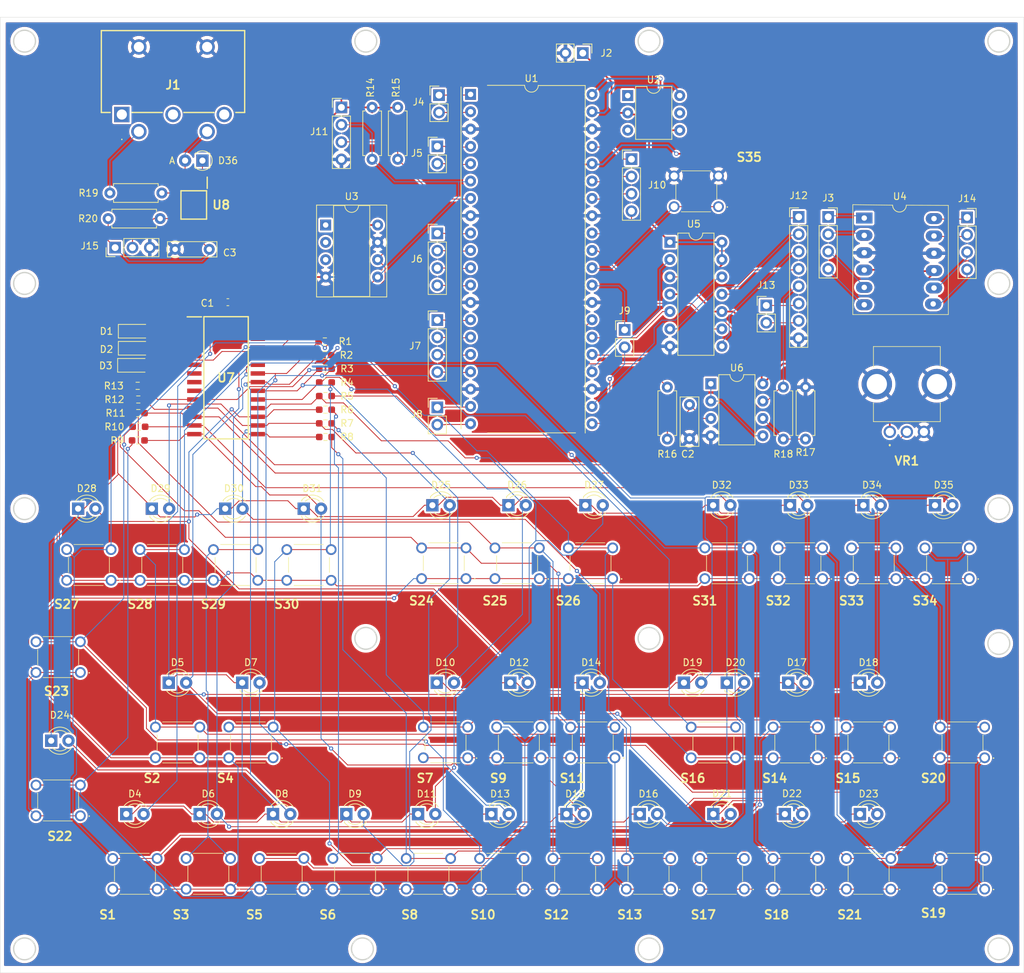
<source format=kicad_pcb>
(kicad_pcb (version 20240108) (generator "pcbnew") (generator_version "8.0")
  (layers (0 "F.Cu" signal) (31 "B.Cu" signal) (34 "B.Paste" user) (35 "F.Paste" user) (36 "B.SilkS" user "B.Silkscreen") (37 "F.SilkS" user "F.Silkscreen") (38 "B.Mask" user) (39 "F.Mask" user) (44 "Edge.Cuts" user))
  (net 0 "")
  (net 1 "D+3.3V")
  (net 2 "GNDD")
  (net 3 "COM1")
  (net 4 "COM1{slash}KS0")
  (net 5 "COM2{slash}KS1")
  (net 6 "Net-(D2-A)")
  (net 7 "Net-(D3-A)")
  (net 8 "COM3{slash}KS2")
  (net 9 "COM0")
  (net 10 "Row0")
  (net 11 "Row1")
  (net 12 "Row2")
  (net 13 "Row3")
  (net 14 "Row4")
  (net 15 "Row5")
  (net 16 "Row6")
  (net 17 "Row7")
  (net 18 "Row8")
  (net 19 "Row9")
  (net 20 "Row10")
  (net 21 "Row11")
  (net 22 "Row12")
  (net 23 "Row13")
  (net 24 "Row14")
  (net 25 "Row15")
  (net 26 "D_I2C_SCL")
  (net 27 "D_I2C_SDA")
  (net 28 "D+5V")
  (net 29 "RowK3")
  (net 30 "RowK4")
  (net 31 "RowK5")
  (net 32 "RowK6")
  (net 33 "RowK7")
  (net 34 "RowK8")
  (net 35 "RowK9")
  (net 36 "RowK10")
  (net 37 "RowK11")
  (net 38 "RowK12")
  (net 39 "RowK13")
  (net 40 "RowK14")
  (net 41 "RowK15")
  (net 42 "Net-(U6A-+)")
  (net 43 "D+VSYS")
  (net 44 "D+VBUS")
  (net 45 "Net-(J4-Pin_1)")
  (net 46 "Net-(J4-Pin_2)")
  (net 47 "Net-(J5-Pin_1)")
  (net 48 "Net-(J5-Pin_2)")
  (net 49 "Net-(J6-Pin_4)")
  (net 50 "Net-(J6-Pin_1)")
  (net 51 "Net-(J6-Pin_2)")
  (net 52 "Net-(J6-Pin_3)")
  (net 53 "Net-(J7-Pin_2)")
  (net 54 "Net-(J7-Pin_3)")
  (net 55 "Net-(J7-Pin_4)")
  (net 56 "Net-(J7-Pin_1)")
  (net 57 "Net-(J8-Pin_1)")
  (net 58 "Net-(J8-Pin_2)")
  (net 59 "Net-(J9-Pin_2)")
  (net 60 "Net-(J9-Pin_1)")
  (net 61 "Net-(J10-Pin_2)")
  (net 62 "Net-(J10-Pin_4)")
  (net 63 "Net-(J10-Pin_1)")
  (net 64 "Net-(J10-Pin_3)")
  (net 65 "A+SyncOut")
  (net 66 "Net-(J12-Pin_6)")
  (net 67 "Net-(J12-Pin_7)")
  (net 68 "A+GATE")
  (net 69 "A+CV")
  (net 70 "A-ACC")
  (net 71 "A+SLIDE")
  (net 72 "D+CV_PWM")
  (net 73 "Net-(U6B--)")
  (net 74 "Net-(S35-COM_1)")
  (net 75 "A+TEMPO")
  (net 76 "D+SyncOut")
  (net 77 "D+GATE")
  (net 78 "D-ACC")
  (net 79 "D+SLIDE")
  (net 86 "Net-(U6A--)")
  (net 91 "Net-(D36-A)")
  (net 92 "Net-(D36-K)")
  (net 96 "Net-(J1-Pad4)")
  (net 97 "Net-(J3-Pin_2)")
  (net 98 "Net-(J3-Pin_3)")
  (net 99 "Net-(J3-Pin_4)")
  (net 100 "Net-(J3-Pin_1)")
  (net 101 "Net-(J14-Pin_2)")
  (net 102 "Net-(J14-Pin_3)")
  (net 103 "Net-(J14-Pin_1)")
  (net 104 "Net-(J14-Pin_4)")
  (net 105 "Net-(J15-Pin_1)")
  (net 106 "Net-(J15-Pin_2)")
  (footprint "SamacSys_Parts:CERDIP-14_W10.16mm_SideBrazed_LongPads_Socket" (layer "F.Cu") (at 198.65 48.36)
    (property "Reference" "U4")
    (property "Value" "AE-LCNV4-MOSFET")
  )
  (footprint "LED_THT:LED_D3.0mm" (layer "F.Cu") (at 102.385 116.5)
    (property "Reference" "D7")
    (property "Value" "LED" (hide yes))
  )
  (footprint "Resistor_SMD:R_0603_1608Metric_Pad0.98x0.95mm_HandSolder" (layer "F.Cu") (at 87.25 79 180)
    (property "Reference" "R10")
    (property "Value" "39k" (hide yes))
  )
  (footprint "SamacSys_Parts:B3F1060" (layer "F.Cu") (at 151.85 144.5)
    (property "Reference" "S12")
    (property "Value" "B3F-1000S" (hide yes))
  )
  (footprint "SamacSys_Parts:B3F1060" (layer "F.Cu") (at 112.85 99.25)
    (property "Reference" "S30")
    (property "Value" "B3F-1000S" (hide yes))
  )
  (footprint "LED_THT:LED_D3.0mm" (layer "F.Cu") (at 99.9 91)
    (property "Reference" "D30")
    (property "Value" "LED" (hide yes))
  )
  (footprint "SamacSys_Parts:B3F1060" (layer "F.Cu") (at 87.35 144.5)
    (property "Reference" "S1")
    (property "Value" "B3F-1000S" (hide yes))
  )
  (footprint "Resistor_SMD:R_0603_1608Metric_Pad0.98x0.95mm_HandSolder" (layer "F.Cu") (at 114.5875 74.5)
    (property "Reference" "R5")
    (property "Value" "39k" (hide yes))
  )
  (footprint "SamacSys_Parts:B3F1060" (layer "F.Cu") (at 91.35 99.25)
    (property "Reference" "S28")
    (property "Value" "B3F-1000S" (hide yes))
  )
  (footprint "SamacSys_Parts:B3F1060" (layer "F.Cu") (at 80.6 99.25)
    (property "Reference" "S27")
    (property "Value" "B3F-1000S" (hide yes))
  )
  (footprint "LED_THT:LED_D3.0mm" (layer "F.Cu") (at 85.4 135.75)
    (property "Reference" "D4")
    (property "Value" "LED" (hide yes))
  )
  (footprint "SamacSys_Parts:B3F1060" (layer "F.Cu") (at 184.1 125.25)
    (property "Reference" "S14")
    (property "Value" "B3F-1000S" (hide yes))
  )
  (footprint "SamacSys_Parts:B3F1060" (layer "F.Cu") (at 208.6 144.5)
    (property "Reference" "S19")
    (property "Value" "B3F-1000S" (hide yes))
  )
  (footprint "Resistor_SMD:R_0603_1608Metric_Pad0.98x0.95mm_HandSolder" (layer "F.Cu") (at 87.1625 75 180)
    (property "Reference" "R12")
    (property "Value" "39k" (hide yes))
  )
  (footprint "Resistor_SMD:R_0603_1608Metric_Pad0.98x0.95mm_HandSolder" (layer "F.Cu") (at 114.5875 72.5)
    (property "Reference" "R4")
    (property "Value" "39k" (hide yes))
  )
  (footprint "LED_THT:LED_D3.0mm" (layer "F.Cu") (at 117.65 135.75)
    (property "Reference" "D9")
    (property "Value" "LED" (hide yes))
  )
  (footprint "LED_THT:LED_D3.0mm" (layer "F.Cu") (at 182.385 116.5)
    (property "Reference" "D17")
    (property "Value" "LED" (hide yes))
  )
  (footprint "SamacSys_Parts:B3F1060" (layer "F.Cu") (at 102.1 99.25)
    (property "Reference" "S29")
    (property "Value" "B3F-1000S" (hide yes))
  )
  (footprint "LED_THT:LED_D3.0mm" (layer "F.Cu") (at 130.885 116.5)
    (property "Reference" "D10")
    (property "Value" "LED" (hide yes))
  )
  (footprint "LED_THT:LED_D3.0mm" (layer "F.Cu") (at 152.25 116.5)
    (property "Reference" "D14")
    (property "Value" "LED" (hide yes))
  )
  (footprint "SamacSys_Parts:B3F1060" (layer "F.Cu") (at 108.85 144.5)
    (property "Reference" "S5")
    (property "Value" "B3F-1000S" (hide yes))
  )
  (footprint "LED_THT:LED_D3.0mm" (layer "F.Cu") (at 78.345 91)
    (property "Reference" "D28")
    (property "Value" "LED" (hide yes))
  )
  (footprint "Connector_PinHeader_2.54mm:PinHeader_1x02_P2.54mm_Vertical" (layer "F.Cu") (at 152.29 24.25 -90)
    (property "Reference" "J2")
    (property "Value" "Conn_01x02_Socket")
  )
  (footprint "Resistor_THT:R_Axial_DIN0207_L6.3mm_D2.5mm_P7.62mm_Horizontal" (layer "F.Cu") (at 181.675 80.81 90)
    (property "Reference" "R18")
    (property "Value" "5.1K")
  )
  (footprint "SamacSys_Parts:B3F1060" (layer "F.Cu") (at 195.6 99)
    (property "Reference" "S33")
    (property "Value" "B3F-1000S" (hide yes))
  )
  (footprint "LED_THT:LED_D3.0mm" (layer "F.Cu") (at 89.15 91)
    (property "Reference" "D29")
    (property "Value" "LED" (hide yes))
  )
  (footprint "Connector_PinHeader_2.54mm:PinHeader_1x03_P2.54mm_Vertical" (layer "F.Cu") (at 83.77 52.75 90)
    (property "Reference" "J15")
    (property "Value" "Conn_01x03_Pin")
  )
  (footprint "Connector_PinHeader_2.54mm:PinHeader_1x04_P2.54mm_Vertical" (layer "F.Cu") (at 130.975 63.37)
    (property "Reference" "J7")
    (property "Value" "Conn_01x04_Socket")
  )
  (footprint "Connector_PinSocket_2.54mm:PinSocket_1x04_P2.54mm_Vertical" (layer "F.Cu") (at 208.6 48.33)
    (property "Reference" "J14")
    (property "Value" "Conn_01x04_Pin")
  )
  (footprint "Resistor_SMD:R_0603_1608Metric_Pad0.98x0.95mm_HandSolder" (layer "F.Cu") (at 114.5875 76.5)
    (property "Reference" "R6")
    (property "Value" "39k" (hide yes))
  )
  (footprint "Connector_PinHeader_2.54mm:PinHeader_1x02_P2.54mm_Vertical" (layer "F.Cu") (at 130.975 37.91)
    (property "Reference" "J5")
    (property "Value" "Conn_01x02_Pin")
  )
  (footprint "SamacSys_Parts:B3F1060" (layer "F.Cu") (at 169.6 44.5)
    (property "Reference" "S35")
    (property "Value" "B3F-1000S" (hide yes))
  )
  (footprint "Resistor_THT:R_Axial_DIN0207_L6.3mm_D2.5mm_P7.62mm_Horizontal" (layer "F.Cu") (at 184.925 80.81 90)
    (property "Reference" "R17")
    (property "Value" "10K")
  )
  (footprint "Resistor_THT:R_Axial_DIN0207_L6.3mm_D2.5mm_P7.62mm_Horizontal" (layer "F.Cu") (at 82.75 48.5)
    (property "Reference" "R20")
    (property "Value" "220")
  )
  (footprint "Resistor_THT:R_Axial_DIN0207_L6.3mm_D2.5mm_P7.62mm_Horizontal" (layer "F.Cu") (at 164.675 73.19 -90)
    (property "Reference" "R16")
    (property "Value" "22K")
  )
  (footprint "Package_DIP:CERDIP-8_W7.62mm_SideBrazed_Socket" (layer "F.Cu") (at 114.615 49.44)
    (property "Reference" "U3")
    (property "Value" "FM24CL16B(DIP8 Convert)")
  )
  (footprint "SamacSys_Parts:B3F1060" (layer "F.Cu") (at 119.6 144.5)
    (property "Reference" "S6")
    (property "Value" "B3F-1000S" (hide yes))
  )
  (footprint "SamacSys_Parts:B3F1060" (layer "F.Cu") (at 162.6 144.5)
    (property "Reference" "S13")
    (property "Value" "B3F-1000S" (hide yes))
  )
  (footprint "SamacSys_Parts:B3F1060" (layer "F.Cu") (at 154.1 99)
    (property "Reference" "S26")
    (property "Value" "B3F-1000S" (hide yes))
  )
  (footprint "SamacSys_Parts:B3F1060" (layer "F.Cu") (at 76.1 133.75)
    (property "Reference" "S22")
    (property "Value" "B3F-1000S" (hide yes))
  )
  (footprint "SamacSys_Parts:B3F1060" (layer "F.Cu") (at 141.1 144.5)
    (property "Reference" "S10")
    (property "Value" "B3F-1000S" (hide yes))
  )
  (footprint "SamacSys_Parts:RK09D117000B" (layer "F.Cu") (at 197.275 79.75)
    (property "Reference" "VR1")
    (property "Value" "RK09D117000B" (hide yes))
  )
  (footprint "LED_THT:LED_D3.0mm" (layer "F.Cu") (at 181.9 135.75)
    (property "Reference" "D22")
    (property "Value" "LED" (hide yes))
  )
  (footprint "LED_THT:LED_D3.0mm" (layer "F.Cu") (at 128.15 135.75)
    (property "Reference" "D11")
    (property "Value" "LED" (hide yes))
  )
  (footprint "SamacSys_Parts:B3F1060" (layer "F.Cu") (at 172.1 125.25)
    (property "Reference" "S16")
    (property "Value" "B3F-1000S" (hide yes))
  )
  (footprint "SamacSys_Parts:B3F1060" (layer "F.Cu") (at 184.1 144.5)
    (property "Reference" "S18")
    (property "Value" "B3F-1000S" (hide yes))
  )
  (footprint "LED_THT:LED_D3.0mm" (layer "F.Cu") (at 149.9 135.75)
    (property "Reference" "D15")
    (property "Value" "LED" (hide yes))
  )
  (footprint "LED_THT:LED_D3.0mm" (layer "F.Cu") (at 96.15 135.75)
    (property "Reference" "D6")
    (property "Value" "LED" (hide yes))
  )
  (footprint "Connector_PinHeader_2.54mm:PinHeader_1x08_P2.54mm_Vertical" (layer "F.Cu") (at 183.925 48.25)
    (property "Reference" "J12")
    (property "Value" "Conn_01x08_Pin")
  )
  (footprint "LED_THT:LED_D3.0mm" (layer "F.Cu") (at 91.635 116.5)
    (property "Reference" "D5")
    (property "Value" "LED" (hide yes))
  )
  (footprint "Connector_PinHeader_2.54mm:PinHeader_1x04_P2.54mm_Vertical" (layer "F.Cu") (at 116.925 32.21)
    (property "Reference" "J11")
    (property "Value" "Conn_01x04_Socket")
  )
  (footprint "LED_THT:LED_D3.0mm" (layer "F.Cu") (at 182.65 90.5)
    (property "Reference" "D33")
    (property "Value" "LED" (hide yes))
  )
  (footprint "SamacSys_Parts:B3F1060" (layer "F.Cu") (at 132.85 125.25)
    (property "Reference" "S7")
    (property "Value" "B3F-1000S" (hide yes))
  )
  (footprint "Connector_PinHeader_2.54mm:PinHeader_1x02_P2.54mm_Vertical" (layer "F.Cu") (at 179.175 61.225)
    (property "Reference" "J13")
    (property "Value" "Conn_01x02_Pin")
  )
  (footprint "SamacSys_Parts:Raspberry Pi Pico DIP-40_W17.76mm" (layer "F.Cu") (at 144.75 30)
    (property "Reference" "U1")
    (property "Value" "Raspberry Pi Pico DIP-40")
  )
  (footprint "Package_DIP:DIP-6_W7.62mm" (layer "F.Cu") (at 158.875 30.475)
    (property "Reference" "U2")
    (property "Value" "IRLML6402(DIP6Convert)")
  )
  (footprint "LED_THT:LED_D3.0mm" (layer "F.Cu") (at 160.65 135.75)
    (property "Reference" "D16")
    (property "Value" "LED" (hide yes))
  )
  (footprint "SamacSys_Parts:B3F1060" (layer "F.Cu") (at 130.35 144.5)
    (property "Reference" "S8")
    (property "Value" "B3F-1000S" (hide yes))
  )
  (footprint "Connector_PinSocket_2.54mm:PinSocket_1x04_P2.54mm_Vertical" (layer "F.Cu") (at 188.25 48.25)
    (property "Reference" "J3")
    (property "Value" "Conn_01x04_Pin")
  )
  (footprint "LED_THT:LED_D3.0mm" (layer "F.Cu") (at 74.4 125)
    (property "Reference" "D24")
    (property "Value" "LED")
  )
  (footprint "SamacSys_Parts:B3F1060" (layer "F.Cu") (at 76.1 112.75)
    (property "Reference" "S23")
    (property "Value" "B3F-1000S" (hide yes))
  )
  (footprint "Diode_SMD:D_SOD-123" (layer "F.Cu") (at 86.6 65)
    (property "Reference" "D1")
    (property "Value" "1N4148W" (hide yes))
  )
  (footprint "SamacSys_Parts:SOIC127P1031X264-28N" (layer "F.Cu") (at 100.025 71.825)
    (property "Reference" "U7")
    (property "Value" "HT16K33_28SOP-A_" (hide yes))
  )
  (footprint "Resistor_SMD:R_0603_1608Metric_Pad0.98x0.95mm_HandSolder" (layer "F.Cu") (at 114.5 66.5)
    (property "Reference" "R1")
    (property "Value" "39k" (hide yes))
  )
  (footprint "LED_THT:LED_D3.0mm" (layer "F.Cu") (at 192.9 135.75)
    (property "Reference" "D23")
    (property "Value" "LED" (hide yes))
  )
  (footprint "Resistor_SMD:R_0603_1608Metric_Pad0.98x0.95mm_HandSolder" (layer "F.Cu") (at 114.5875 70.5)
    (property "Reference" "R3")
    (property "Value" "39k" (hide yes))
  )
  (footprint "SamacSys_Parts:B3F1060" (layer "F.Cu") (at 132.6 99)
    (property "Reference" "S24")
    (property "Value" "B3F-1000S" (hide yes))
  )
  (footprint "Package_DIP:DIP-14_W7.62mm" (layer "F.Cu") (at 165.055 51.96)
    (property "Reference" "U5")
    (property "Value" "74HC126")
  )
  (footprint "Connector_PinHeader_2.54mm:PinHeader_1x02_P2.54mm_Vertical" (layer "F.Cu") (at 158.425 64.805)
    (property "Reference" "J9")
    (property "Value" "Conn_01x02_Pin")
  )
  (footprint "LED_THT:LED_D3.0mm" (layer "F.Cu") (at 130.254 90.5)
    (property "Reference" "D25")
    (property "Value" "LED" (hide yes))
  )
  (footprint "LED_THT:LED_D3.0mm" (layer "F.Cu") (at 167.11 116.5)
    (property "Reference" "D19")
    (property "Value" "LED" (hide yes))
  )
  (footprint "Capacitor_THT:C_Rect_L7.0mm_W2.0mm_P5.00mm" (layer "F.Cu") (at 97.56 53 180)
    (property "Reference" "C3")
    (property "Value" "0.1uF")
  )
  (footprint "LED_THT:LED_D3.0mm" (layer "F.Cu") (at 138.9 135.75)
    (property "Reference" "D13")
    (property "Value" "LED" (hide yes))
  )
  (footprint "Connector_PinHeader_2.54mm:PinHeader_1x04_P2.54mm_Vertical" (layer "F.Cu") (at 159.425 39.79)
    (property "Reference" "J10")
    (property "Value" "Conn_01x04_Socket")
  )
  (footprint "LED_THT:LED_D3.0mm" (layer "F.Cu") (at 171.385 90.5)
    (property "Reference" "D32")
    (property "Value" "LED" (hide yes))
  )
  (footprint "Resistor_SMD:R_0603_1608Metric_Pad0.98x0.95mm_HandSolder" (layer "F.Cu") (at 87.075 73 180)
    (property "Reference" "R13")
    (property "Value" "39k" (hide yes))
  )
  (footprint "SamacSys_Parts:B3F1060" (layer "F.Cu") (at 174.1 99)
    (property "Reference" "S31")
    (property "Value" "B3F-1000S" (hide yes))
  )
  (footprint "Resistor_THT:R_Axial_DIN0207_L6.3mm_D2.5mm_P7.62mm_Horizontal" (layer "F.Cu") (at 125.175 32.19 -90)
    (property "Reference" "R15")
    (property "Value" "1K")
  )
  (footprint "Resistor_SMD:R_0603_1608Metric_Pad0.98x0.95mm_HandSolder" (layer "F.Cu") (at 87.1625 81 180)
    (property "Reference" "R9")
    (property "Value" "39k" (hide yes))
  )
  (footprint "Connector_PinHeader_2.54mm:PinHeader_1x02_P2.54mm_Vertical" (layer "F.Cu") (at 131.225 30.41)
    (property "Reference" "J4")
    (property "Value" "Conn_01x02_Pin")
  )
  (footprint "LED_THT:LED_D3.0mm" (layer "F.Cu") (at 111.4 91)
    (property "Reference" "D31")
    (property "Value" "LED" (hide yes))
  )
  (footprint "Diode_THT:D_A-405_P2.54mm_Vertical_AnodeUp" (layer "F.Cu") (at 96.56 40 180)
    (property "Reference" "D36")
    (property "Value" "1SS120TD")
  )
  (footprint "SamacSys_Parts:B3F1060" (layer "F.Cu") (at 154.425 125.25)
    (property "Reference" "S11")
    (property "Value" "B3F-1000S" (hide yes))
  )
  (footprint "SamacSys_Parts:B3F1060" (layer "F.Cu") (at 184.85 99)
    (property "Reference" "S32")
    (property "Value" "B3F-1000S" (hide yes))
  )
  (footprint "LED_THT:LED_D3.0mm" (layer "F.Cu") (at 203.9 90.5)
    (property "Reference" "D35")
    (property "Value" "LED" (hide yes))
  )
  (footprint "Capacitor_THT:C_Rect_L7.0mm_W2.5mm_P5.00mm" (layer "F.Cu") (at 167.925 75.75 -90)
    (property "Reference" "C2")
    (property "Value" "0.047uF")
  )
  (footprint "Resistor_SMD:R_0603_1608Metric_Pad0.98x0.95mm_HandSolder" (layer "F.Cu") (at 87.1625 77 180)
    (property "Reference" "R11")
    (property "Value" "39k" (hide yes))
  )
  (footprint "LED_THT:LED_D3.0mm" (layer "F.Cu") (at 173.4 116.5)
    (property "Reference" "D20")
    (property "Value" "LED" (hide yes))
  )
  (footprint "SamacSys_Parts:KDJ035" (layer "F.Cu") (at 84.75 33.25)
    (property "Reference" "J1")
    (property "Value" "KDJ03-5" (hide yes))
  )
  (footprint "Connector_PinHeader_2.54mm:PinHeader_1x02_P2.54mm_Vertical" (layer "F.Cu") (at 130.975 76.16)
    (property "Reference" "J8")
    (property "Value" "Conn_01x02_Pin")
  )
  (footprint "SamacSys_Parts:B3F1060" (layer "F.Cu") (at 143.35 99)
    (property "Reference" "S25")
    (property "Value" "B3F-1000S" (hide yes))
  )
  (footprint "Resistor_THT:R_Axial_DIN0207_L6.3mm_D2.5mm_P7.62mm_Horizontal" (layer "F.Cu") (at 83 44.75)
    (property "Reference" "R19")
    (property "Value" "220")
  )
  (footprint "SamacSys_Parts:B3F1060" (layer "F.Cu") (at 194.819 125.25)
    (property "Reference" "S15")
    (property "Value" "B3F-1000S" (hide yes))
  )
  (footprint "SamacSys_Parts:B3F1060" (layer "F.Cu") (at 206.35 99)
    (property "Reference" "S34")
    (property "Value" "B3F-1000S" (hide yes))
  )
  (footprint "Diode_SMD:D_SOD-123" (layer "F.Cu") (at 86.5 70)
    (property "Reference" "D3")
    (property "Value" "1N4148W" (hide yes))
  )
  (footprint "Capacitor_SMD:C_0603_1608Metric_Pad1.08x0.95mm_HandSolder" (layer "F.Cu") (at 100.2875 60.75 180)
    (property "Reference" "C1")
    (property "Value" "0.1uF" (hide yes))
  )
  (footprint "Resistor_SMD:R_0603_1608Metric_Pad0.98x0.95mm_HandSolder" (layer "F.Cu") (at 114.5 68.5)
    (property "Reference" "R2")
    (property "Value" "39k" (hide yes))
  )
  (footprint "LED_THT:LED_D3.0mm" (layer "F.Cu") (at 106.9 135.75)
    (property "Reference" "D8")
    (property "Value" "LED" (hide yes))
  )
  (footprint "LED_THT:LED_D3.0mm" (layer "F.Cu") (at 141.675 116.5)
    (property "Reference" "D12")
    (property "Value" "LED" (hide yes))
  )
  (footprint "Resistor_SMD:R_0603_1608Metric_Pad0.98x0.95mm_HandSolder" (layer "F.Cu") (at 114.5875 80.5)
    (property "Reference" "R8")
    (property "Value" "39k" (hide yes))
  )
  (footprint "SamacSys_Parts:B3F1060" (layer "F.Cu") (at 208.6 125.25)
    (property "Reference" "S20")
    (property "Value" "B3F-1000S" (hide yes))
  )
  (footprint "LED_THT:LED_D3.0mm" (layer "F.Cu") (at 152.675 90.5)
    (property "Reference" "D27")
    (property "Value" "LED" (hide yes))
  )
  (footprint "Connector_PinHeader_2.54mm:PinHeader_1x04_P2.54mm_Vertical" (layer "F.Cu") (at 130.975 50.66)
    (property "Reference" "J6")
    (property "Value" "Conn_01x04_Socket")
  )
  (footprint "Resistor_THT:R_Axial_DIN0207_L6.3mm_D2.5mm_P7.62mm_Horizontal" (layer "F.Cu") (at 121.425 32.19 -90)
    (property "Reference" "R14")
    (property "Value" "1K")
  )
  (footprint "LED_THT:LED_D3.0mm" (layer "F.Cu") (at 193.4 90.5)
    (property "Reference" "D34")
    (property "Value" "LED" (hide yes))
  )
  (footprint "SamacSys_Parts:B3F1060" (layer "F.Cu") (at 104.35 125.25)
    (property "Reference" "S4")
    (property "Value" "B3F-1000S" (hide yes))
  )
  (footprint "LED_THT:LED_D3.0mm" (layer "F.Cu") (at 171.416 135.75)
    (property "Reference" "D21")
    (property "Value" "LED" (hide yes))
  )
  (footprint "SamacSys_Parts:B3F1060" (layer "F.Cu") (at 194.85 144.5)
    (property "Reference" "S21")
    (property "Value" "B3F-1000S" (hide yes))
  )
  (footprint "SamacSys_Parts:B3F1060" (layer "F.Cu") (at 143.6 125.25)
    (property "Reference" "S9")
    (property "Value" "B3F-1000S" (hide yes))
  )
  (footprint "Package_DIP:DIP-8_W7.62mm" (layer "F.Cu") (at 171.055 72.7)
    (property "Reference" "U6")
    (property "Value" "LM358")
  )
  (footprint "Diode_SMD:D_SOD-123" (layer "F.Cu") (at 86.6 67.5)
    (property "Reference" "D2")
    (property "Value" "1N4148W" (hide yes))
  )
  (footprint "SamacSys_Parts:B3F1060" (layer "F.Cu") (at 173.381 144.5)
    (property "Reference" "S17")
    (property "Value" "B3F-1000S" (hide yes))
  )
  (footprint "LED_THT:LED_D3.0mm" (layer "F.Cu") (at 141.4 90.5)
    (property "Reference" "D26")
    (property "Value" "LED" (hide yes))
  )
  (footprint "SamacSys_Parts:B3F1060" (layer "F.Cu") (at 93.6 125.25)
    (property "Reference" "S2")
    (property "Value" "B3F-1000S" (hide yes))
  )
  (footprint "Resistor_SMD:R_0603_1608Metric_Pad0.98x0.95mm_HandSolder" (layer "F.Cu") (at 114.5875 78.5)
    (property "Reference" "R7")
    (property "Value" "39k" (hide yes))
  )
  (footprint "SamacSys_Parts:SOIC127P700X230-6N" (layer "F.Cu") (at 95.29 46.5 -90)
    (property "Reference" "U8")
    (property "Value" "TLP2304_TPR,E" (hide yes))
  )
  (footprint "LED_THT:LED_D3.0mm" (layer "F.Cu") (at 192.9 116.5)
    (property "Reference" "D18")
    (property "Value" "LED" (hide yes))
  )
  (footprint "SamacSys_Parts:B3F1060" (layer "F.Cu") (at 98.1 144.5)
    (property "Reference" "S3")
    (property "Value" "B3F-1000S" (hide yes))
  )
  (gr_circle (center 70.5 58) (end 72.1 58) (stroke (width 0.2)) (fill none) (layer "Edge.Cuts"))
  (gr_circle (center 70.5 155.5) (end 72.1 155.5) (stroke (width 0.2)) (fill none) (layer "Edge.Cuts"))
  (gr_circle (center 162 155.5) (end 163.6 155.5) (stroke (width 0.2)) (fill none) (layer "Edge.Cuts"))
  (gr_circle (center 213.25 110.75) (end 214.85 110.75) (stroke (width 0.2)) (fill none) (layer "Edge.Cuts"))
  (gr_circle (center 213.25 91) (end 214.85 91) (stroke (width 0.2)) (fill none) (layer "Edge.Cuts"))
  (gr_circle (center 213.25 58) (end 214.85 58) (stroke (width 0.2)) (fill none) (layer "Edge.Cuts"))
  (gr_circle (center 120.5 110) (end 122.1 110) (stroke (width 0.2)) (fill none) (layer "Edge.Cuts"))
  (gr_circle (center 70.5 22.5) (end 72.1 22.5) (stroke (width 0.2)) (fill none) (layer "Edge.Cuts"))
  (gr_circle (center 162 110) (end 163.6 110) (stroke (width 0.2)) (fill none) (layer "Edge.Cuts"))
  (gr_circle (center 120 155.5) (end 121.6 155.5) (stroke (width 0.2)) (fill none) (layer "Edge.Cuts"))
  (gr_circle (center 162 22.5) (end 163.6 22.5) (stroke (width 0.2)) (fill none) (layer "Edge.Cuts"))
  (gr_circle (center 213.25 22.5) (end 214.85 22.5) (stroke (width 0.2)) (fill none) (layer "Edge.Cuts"))
  (gr_rect (start 66.925 19) (end 216.925 159) (stroke (width 0.05)) (fill none) (layer "Edge.Cuts"))
  (gr_circle (center 120.5 22.5) (end 122.1 22.5) (stroke (width 0.2)) (fill none) (layer "Edge.Cuts"))
  (gr_circle (center 70.5 91) (end 72.1 91) (stroke (width 0.2)) (fill none) (layer "Edge.Cuts"))
  (gr_circle (center 213.25 155.5) (end 214.85 155.5) (stroke (width 0.2)) (fill none) (layer "Edge.Cuts"))
  (segment (start 139.985 40.56) (end 138.425 39) (width 0.25) (layer "F.Cu") (net 1))
  (segment (start 198.5 61.67) (end 198.5 75.75) (width 0.25) (layer "F.Cu") (net 1))
  (segment (start 104.675 61.75) (end 104.675 63.57) (width 0.25) (layer "F.Cu") (net 1))
  (segment (start 119 49.575) (end 118.865 49.44) (width 0.25) (layer "F.Cu") (net 1))
  (segment (start 121.425 32.94) (end 121.485 32.88) (width 0.25) (layer "F.Cu") (net 1))
  (segment (start 121.52 32.285) (end 121.425 32.19) (width 0.25) (layer "F.Cu") (net 1))
  (segment (start 200.45 56.2) (end 203.97 56.2) (width 0.25) (layer "F.Cu") (net 1))
  (segment (start 121.145 32.66) (end 121.425 32.94) (width 0.25) (layer "F.Cu") (net 1))
  (segment (start 203.97 56.2) (end 198.5 61.67) (width 0.25) (layer "F.Cu") (net 1))
  (segment (start 125.14 32.285) (end 125.105 32.25) (width 0.25) (layer "F.Cu") (net 1))
  (segment (start 121.485 32.32) (end 121.145 32.66) (width 0.25) (layer "F.Cu") (net 1))
  (segment (start 115.175 33.96) (end 115.175 45.75) (width 0.25) (layer "F.Cu") (net 1))
  (segment (start 125.175 32.25) (end 125.175 32.19) (width 0.25) (layer "F.Cu") (net 1))
  (segment (start 138.425 39) (end 138.425 28.5) (width 0.25) (layer "F.Cu") (net 1))
  (segment (start 198.5 75.75) (end 197.275 76.975) (width 0.25) (layer "F.Cu") (net 1))
  (segment (start 199.25 46.5) (end 199.25 55) (width 0.25) (layer "F.Cu") (net 1))
  (segment (start 121.555 32.25) (end 121.52 32.285) (width 0.25) (layer "F.Cu") (net 1))
  (segment (start 196.75 44) (end 199.25 46.5) (width 0.25) (layer "F.Cu") (net 1))
  (segment (start 178.25 44) (end 196.75 44) (width 0.25) (layer "F.Cu") (net 1))
  (segment (start 125.105 32.25) (end 121.555 32.25) (width 0.25) (layer "F.Cu") (net 1))
  (segment (start 138.425 28.5) (end 136.925 27) (width 0.25) (layer "F.Cu") (net 1))
  (segment (start 136.925 27) (end 119.925 27) (width 0.25) (layer "F.Cu") (net 1))
  (segment (start 173.25 39) (end 178.25 44) (width 0.25) (layer "F.Cu") (net 1))
  (segment (start 118.865 49.44) (end 122.235 49.44) (width 0.25) (layer "F.Cu") (net 1))
  (segment (start 119.925 27) (end 116.925 30) (width 0.25) (layer "F.Cu") (net 1))
  (segment (start 103.675 60.75) (end 104.675 61.75) (width 0.25) (layer "F.Cu") (net 1))
  (segment (start 121.52 32.285) (end 121.485 32.32) (width 0.25) (layer "F.Cu") (net 1))
  (segment (start 166 39) (end 173.25 39) (width 0.25) (layer "F.Cu") (net 1))
  (segment (start 197.275 76.975) (end 197.275 79.75) (width 0.25) (layer "F.Cu") (net 1))
  (segment (start 101.15 60.75) (end 103.675 60.75) (width 0.25) (layer "F.Cu") (net 1))
  (segment (start 116.925 32.21) (end 120.695 32.21) (width 0.25) (layer "F.Cu") (net 1))
  (segment (start 113.68 63.57) (end 119 58.25) (width 0.25) (layer "F.Cu") (net 1))
  (segment (start 115.175 45.75) (end 118.865 49.44) (width 0.25) (layer "F.Cu") (net 1))
  (segment (start 120.695 32.21) (end 121.145 32.66) (width 0.25) (layer "F.Cu") (net 1))
  (segment (start 104.745 63.5) (end 104.675 63.57) (width 0.25) (layer "F.Cu") (net 1))
  (segment (start 104.675 63.57) (end 113.68 63.57) (width 0.25) (layer "F.Cu") (net 1))
  (segment (start 199.25 55) (end 200.45 56.2) (width 0.25) (layer "F.Cu") (net 1))
  (segment (start 116.925 30) (end 116.925 32.21) (width 0.25) (layer "F.Cu") (net 1))
  (segment (start 125.175 32.32) (end 125.14 32.285) (width 0.25) (layer "F.Cu") (net 1))
  (segment (start 153.475 40.56) (end 139.985 40.56) (width 0.25) (layer "F.Cu") (net 1))
  (segment (start 119 58.25) (end 119 49.575) (width 0.25) (layer "F.Cu") (net 1))
  (segment (start 125.14 32.285) (end 125.175 32.25) (width 0.25) (layer "F.Cu") (net 1))
  (segment (start 116.925 32.21) (end 115.175 33.96) (width 0.25) (layer "F.Cu") (net 1))
  (via (at 166 39) (size 0.6) (drill 0.4) (layers "F.Cu" "B.Cu") (net 1))
  (segment (start 155.19 40.56) (end 153.475 40.56) (width 0.25) (layer "B.Cu") (net 1))
  (segment (start 164.75 37.75) (end 158 37.75) (width 0.25) (layer "B.Cu") (net 1))
  (segment (start 166 39) (end 164.75 37.75) (width 0.25) (layer "B.Cu") (net 1))
  (segment (start 158 37.75) (end 155.19 40.56) (width 0.25) (layer "B.Cu") (net 1))
  (segment (start 99.425 60.75) (end 103.115 57.06) (width 0.25) (layer "F.Cu") (net 2))
  (segment (start 103.115 57.06) (end 114.615 57.06) (width 0.25) (layer "F.Cu") (net 2))
  (segment (start 94.02 51.54) (end 92.56 53) (width 0.25) (layer "F.Cu") (net 2))
  (segment (start 94.02 49.75) (end 94.02 51.54) (width 0.25) (layer "F.Cu") (net 2))
  (segment (start 95.375 61.8) (end 95.375 63.57) (width 0.25) (layer "F.Cu") (net 2))
  (segment (start 99.425 60.75) (end 96.425 60.75) (width 0.25) (layer "F.Cu") (net 2))
  (segment (start 96.425 60.75) (end 95.375 61.8) (width 0.25) (layer "F.Cu") (net 2))
  (segment (start 149.75 34.25) (end 149.75 47.25) (width 0.25) (layer "B.Cu") (net 2))
  (segment (start 151.48 73.48) (end 149.75 71.75) (width 0.25) (layer "B.Cu") (net 2))
  (segment (start 150.75 35.25) (end 153.52 35.25) (width 0.25) (layer "B.Cu") (net 2))
  (segment (start 150.75 61) (end 153.43 61) (width 0.25) (layer "B.Cu") (net 2))
  (segment (start 149.75 71.75) (end 149.75 60) (width 0.25) (layer "B.Cu") (net 2))
  (segment (start 153.57 48) (end 153.65 48.08) (width 0.25) (layer "B.Cu") (net 2))
  (segment (start 117.155 57.06) (end 122.235 51.98) (width 0.25) (layer "B.Cu") (net 2))
  (segment (start 149.75 24.25) (end 149.75 34.25) (width 0.25) (layer "B.Cu") (net 2))
  (segment (start 153.52 35.25) (end 153.65 35.38) (width 0.25) (layer "B.Cu") (net 2))
  (segment (start 149.75 60) (end 150.75 61) (width 0.25) (layer "B.Cu") (net 2))
  (segment (start 153.65 73.48) (end 151.48 73.48) (width 0.25) (layer "B.Cu") (net 2))
  (segment (start 114.615 57.06) (end 117.155 57.06) (width 0.25) (layer "B.Cu") (net 2))
  (segment (start 153.43 61) (end 153.65 60.78) (width 0.25) (layer "B.Cu") (net 2))
  (segment (start 149.75 34.25) (end 150.75 35.25) (width 0.25) (layer "B.Cu") (net 2))
  (segment (start 149.75 47.25) (end 149.75 60) (width 0.25) (layer "B.Cu") (net 2))
  (segment (start 150.5 48) (end 153.57 48) (width 0.25) (layer "B.Cu") (net 2))
  (segment (start 149.75 47.25) (end 150.5 48) (width 0.25) (layer "B.Cu") (net 2))
  (segment (start 86.5 67.9385) (end 88.8443 65.5942) (width 0.125) (layer "F.Cu") (net 3))
  (segment (start 171.385 90.5) (end 172.5492 91.6642) (width 0.125) (layer "F.Cu") (net 3))
  (segment (start 84.2896 85.9287) (end 84.1472 85.7863) (width 0.125) (layer "F.Cu") (net 3))
  (segment (start 152.675 90.5) (end 153.548 90.5) (width 0.125) (layer "F.Cu") (net 3))
  (segment (start 109.0716 89.8358) (end 110.2358 91) (width 0.125) (layer "F.Cu") (net 3))
  (segment (start 180.3216 91.6642) (end 181.4858 90.5) (width 0.125) (layer "F.Cu") (net 3))
  (segment (start 88.8443 65.5942) (end 88.25 65) (width 0.125) (layer "F.Cu") (net 3))
  (segment (start 151.5108 90.5) (end 152.675 90.5) (width 0.125) (layer "F.Cu") (net 3))
  (segment (start 174.254 133.7852) (end 178.771 133.7852) (width 0.125) (layer "F.Cu") (net 3))
  (segment (start 84.1472 85.7863) (end 84.1472 73.5944) (width 0.125) (layer "F.Cu") (net 3))
  (segment (start 101.9374 89.8358) (end 109.0716 89.8358) (width 0.125) (layer "F.Cu") (net 3))
  (segment (start 192.9 135.75) (end 191.7358 135.75) (width 0.125) (layer "F.Cu") (net 3))
  (segment (start 142.2732 90.5) (end 143.4374 89.3358) (width 0.125) (layer "F.Cu") (net 3))
  (segment (start 141.4 90.5) (end 142.2732 90.5) (width 0.125) (layer "F.Cu") (net 3))
  (segment (start 192.2358 90.5) (end 191.0716 91.6642) (width 0.125) (layer "F.Cu") (net 3))
  (segment (start 183.0642 136.9142) (end 181.9 135.75) (width 0.125) (layer "F.Cu") (net 3))
  (segment (start 100.7732 91) (end 101.9374 89.8358) (width 0.125) (layer "F.Cu") (net 3))
  (segment (start 89.15 91) (end 90.3567 92.2067) (width 0.125) (layer "F.Cu") (net 3))
  (segment (start 172.2892 135.75) (end 174.254 133.7852) (width 0.125) (layer "F.Cu") (net 3))
  (segment (start 190.5716 136.9142) (end 183.0642 136.9142) (width 0.125) (layer "F.Cu") (net 3))
  (segment (start 99.9 91) (end 100.7732 91) (width 0.125) (layer "F.Cu") (net 3))
  (segment (start 79.2183 91) (end 78.345 91) (width 0.125) (layer "F.Cu") (net 3))
  (segment (start 130.254 90.5) (end 129.0898 90.5) (width 0.125) (layer "F.Cu") (net 3))
  (segment (start 180.7358 135.75) (end 181.9 135.75) (width 0.125) (layer "F.Cu") (net 3))
  (segment (start 139.0716 89.3358) (end 140.2358 90.5) (width 0.125) (layer "F.Cu") (net 3))
  (segment (start 127.4256 92.1642) (end 113.4372 92.1642) (width 0.125) (layer "F.Cu") (net 3))
  (segment (start 140.2358 90.5) (end 141.4 90.5) (width 0.125) (layer "F.Cu") (net 3))
  (segment (start 112.273 91) (end 111.4 91) (width 0.125) (layer "F.Cu") (net 3))
  (segment (start 202.7358 90.5) (end 201.5716 91.6642) (width 0.125) (layer "F.Cu") (net 3))
  (segment (start 84.2896 85.9287) (end 89.15 90.7891) (width 0.125) (layer "F.Cu") (net 3))
  (segment (start 183.8142 91.6642) (end 182.65 90.5) (width 0.125) (layer "F.Cu") (net 3))
  (segment (start 191.7358 135.75) (end 190.5716 136.9142) (width 0.125) (layer "F.Cu") (net 3))
  (segment (start 110.2358 91) (end 111.4 91) (width 0.125) (layer "F.Cu") (net 3))
  (segment (start 171.416 135.75) (end 172.2892 135.75) (width 0.125) (layer "F.Cu") (net 3))
  (segment (start 95.4505 92.2067) (end 95.7894 91.8678) (width 0.125) (layer "F.Cu") (net 3))
  (segment (start 129.0898 90.5) (end 127.4256 92.1642) (width 0.125) (layer "F.Cu") (net 3))
  (segment (start 86.5 71.2416) (end 86.5 67.9385) (width 0.125) (layer "F.Cu") (net 3))
  (segment (start 191.0716 91.6642) (end 183.8142 91.6642) (width 0.125) (layer "F.Cu") (net 3))
  (segment (start 89.36 66.11) (end 88.8443 65.5942) (width 0.125) (layer "F.Cu") (net 3))
  (segment (start 154.7122 91.6642) (end 169.0566 91.6642) (width 0.125) (layer "F.Cu") (net 3))
  (segment (start 193.4 90.5) (end 192.2358 90.5) (width 0.125) (layer "F.Cu") (net 3))
  (segment (start 194.5642 91.6642) (end 193.4 90.5) (width 0.125) (layer "F.Cu") (net 3))
  (segment (start 84.2896 85.9287) (end 79.2183 91) (width 0.125) (layer "F.Cu") (net 3))
  (segment (start 181.4858 90.5) (end 182.65 90.5) (width 0.125) (layer "F.Cu") (net 3))
  (segment (start 84.1472 73.5944) (end 86.5 71.2416) (width 0.125) (layer "F.Cu") (net 3))
  (segment (start 130.254 90.5) (end 131.127 90.5) (width 0.125) (layer "F.Cu") (net 3))
  (segment (start 89.15 90.7891) (end 89.15 91) (width 0.125) (layer "F.Cu") (net 3))
  (segment (start 131.127 90.5) (end 132.2912 89.3358) (width 0.125) (layer "F.Cu") (net 3))
  (segment (start 95.375 66.11) (end 89.36 66.11) (width 0.125) (layer "F.Cu") (net 3))
  (segment (start 132.2912 89.3358) (end 139.0716 89.3358) (width 0.125) (layer "F.Cu") (net 3))
  (segment (start 169.0566 91.6642) (end 170.2208 90.5) (width 0.125) (layer "F.Cu") (net 3))
  (segment (start 178.771 133.7852) (end 180.7358 135.75) (width 0.125) (layer "F.Cu") (net 3))
  (segment (start 113.4372 92.1642) (end 112.273 91) (width 0.125) (layer "F.Cu") (net 3))
  (segment (start 150.3466 89.3358) (end 151.5108 90.5) (width 0.125) (layer "F.Cu") (net 3))
  (segment (start 170.2208 90.5) (end 171.385 90.5) (width 0.125) (layer "F.Cu") (net 3))
  (segment (start 172.5492 91.6642) (end 180.3216 91.6642) (width 0.125) (layer "F.Cu") (net 3))
  (segment (start 90.3567 92.2067) (end 95.4505 92.2067) (width 0.125) (layer "F.Cu") (net 3))
  (segment (start 203.9 90.5) (end 202.7358 90.5) (width 0.125) (layer "F.Cu") (net 3))
  (segment (start 201.5716 91.6642) (end 194.5642 91.6642) (width 0.125) (layer "F.Cu") (net 3))
  (segment (start 153.548 90.5) (end 154.7122 91.6642) (width 0.125) (layer "F.Cu") (net 3))
  (segment (start 143.4374 89.3358) (end 150.3466 89.3358) (width 0.125) (layer "F.Cu") (net 3))
  (via (at 95.7894 91.8678) (size 0.6) (drill 0.3) (layers "F.Cu" "B.Cu") (net 3))
  (segment (start 173.4 132.6018) (end 173.4 116.5) (width 0.125) (layer "B.Cu") (net 3))
  (segment (start 99.9 91) (end 98.7358 91) (width 0.125) (layer "B.Cu") (net 3))
  (segment (start 97.868 91.8678) (end 98.7358 91) (width 0.125) (layer "B.Cu") (net 3))
  (segment (start 74.4 96.1092) (end 78.345 92.1642) (width 0.125) (layer "B.Cu") (net 3))
  (segment (start 171.416 134.5858) (end 173.4 132.6018) (width 0.125) (layer "B.Cu") (net 3))
  (segment (start 171.385 90.5) (end 171.385 91.6642) (width 0.125) (layer "B.Cu") (net 3))
  (segment (start 78.345 91) (end 78.345 92.1642) (width 0.125) (layer "B.Cu") (net 3))
  (segment (start 74.4 125) (end 74.4 96.1092) (width 0.125) (layer "B.Cu") (net 3))
  (segment (start 171.416 135.75) (end 171.416 134.5858) (width 0.125) (layer "B.Cu") (net 3))
  (segment (start 173.4 116.5) (end 173.4 93.6792) (width 0.125) (layer "B.Cu") (net 3))
  (segment (start 173.4 93.6792) (end 171.385 91.6642) (width 0.125) (layer "B.Cu") (net 3))
  (segment (start 95.7894 91.8678) (end 97.868 91.8678) (width 0.125) (layer "B.Cu") (net 3))
  (segment (start 115.675 146.75) (end 122.175 146.75) (width 0.125) (layer "F.Cu") (net 4))
  (segment (start 70.7789 95.8349) (end 70.7789 115.1184) (width 0.125) (layer "F.Cu") (net 4))
  (segment (start 100.675 146.75) (end 94.175 146.75) (width 0.125) (layer "F.Cu") (net 4))
  (segment (start 100.675 146.75) (end 104.925 146.75) (width 0.125) (layer "F.Cu") (net 4))
  (segment (start 84.95 65) (end 73.7536 76.1964) (width 0.125) (layer "F.Cu") (net 4))
  (segment (start 94.175 146.75) (end 89.925 146.75) (width 0.125) (layer "F.Cu") (net 4))
  (segment (start 89.675 127.5) (end 96.175 127.5) (width 0.125) (layer "F.Cu") (net 4))
  (segment (start 104.925 146.75) (end 111.425 146.75) (width 0.125) (layer "F.Cu") (net 4))
  (segment (start 132.925 146.75) (end 126.425 146.75) (width 0.125) (layer "F.Cu") (net 4))
  (segment (start 165.175 146.75) (end 158.675 146.75) (width 0.125) (layer "F.Cu") (net 4))
  (segment (start 147.925 146.75) (end 154.425 146.75) (width 0.125) (layer "F.Cu") (net 4))
  (segment (start 128.925 127.5) (end 135.425 127.5) (width 0.125) (layer "F.Cu") (net 4))
  (segment (start 126.425 146.75) (end 122.175 146.75) (width 0.125) (layer "F.Cu") (net 4))
  (segment (start 150.5 127.5) (end 146.175 127.5) (width 0.125) (layer "F.Cu") (net 4))
  (segment (start 83.425 146.75) (end 89.925 146.75) (width 0.125) (layer "F.Cu") (net 4))
  (segment (start 100.425 127.5) (end 106.925 127.5) (width 0.125) (layer "F.Cu") (net 4))
  (segment (start 146.175 127.5) (end 139.675 127.5) (width 0.125) (layer "F.Cu") (net 4))
  (segment (start 111.425 146.75) (end 115.675 146.75) (width 0.125) (layer "F.Cu") (net 4))
  (segment (start 73.7536 92.8602) (end 70.7789 95.8349) (width 0.125) (layer "F.Cu") (net 4))
  (segment (start 70.7789 115.1184) (end 83.1605 127.5) (width 0.125) (layer "F.Cu") (net 4))
  (segment (start 143.675 146.75) (end 147.925 146.75) (width 0.125) (layer "F.Cu") (net 4))
  (segment (start 139.675 127.5) (end 135.425 127.5) (width 0.125) (layer "F.Cu") (net 4))
  (segment (start 73.7536 76.1964) (end 73.7536 92.8602) (width 0.125) (layer "F.Cu") (net 4))
  (segment (start 96.175 127.5) (end 100.425 127.5) (width 0.125) (layer "F.Cu") (net 4))
  (segment (start 83.1605 127.5) (end 89.675 127.5) (width 0.125) (layer "F.Cu") (net 4))
  (segment (start 157 127.5) (end 150.5 127.5) (width 0.125) (layer "F.Cu") (net 4))
  (segment (start 137.175 146.75) (end 143.675 146.75) (width 0.125) (layer "F.Cu") (net 4))
  (segment (start 132.925 146.75) (end 137.175 146.75) (width 0.125) (layer "F.Cu") (net 4))
  (segment (start 100.425 127.5) (end 101.7705 128.8455) (width 0.125) (layer "B.Cu") (net 4))
  (segment (start 157 145.075) (end 158.675 146.75) (width 0.125) (layer "B.Cu") (net 4))
  (segment (start 157 127.5) (end 157 145.075) (width 0.125) (layer "B.Cu") (net 4))
  (segment (start 154.425 146.75) (end 155.325 146.75) (width 0.125) (layer "B.Cu") (net 4))
  (segment (start 101.7705 145.6545) (end 100.675 146.75) (width 0.125) (layer "B.Cu") (net 4))
  (segment (start 101.7705 128.8455) (end 101.7705 145.6545) (width 0.125) (layer "B.Cu") (net 4))
  (segment (start 155.325 146.75) (end 157 145.075) (width 0.125) (layer "B.Cu") (net 4))
  (segment (start 190.925 146.75) (end 197.425 146.75) (width 0.125) (layer "F.Cu") (net 5))
  (segment (start 175.956 146.75) (end 180.175 146.75) (width 0.125) (layer "F.Cu") (net 5))
  (segment (start 197.394 127.5) (end 204.675 127.5) (width 0.125) (layer "F.Cu") (net 5))
  (segment (start 169.456 146.75) (end 175.956 146.75) (width 0.125) (layer "F.Cu") (net 5))
  (segment (start 75.2727 77.1773) (end 75.2727 104.1117) (width 0.125) (layer "F.Cu") (net 5))
  (segment (start 75.2727 104.1117) (end 71.1142 108.2702) (width 0.125) (layer "F.Cu") (net 5))
  (segment (start 135.175 101.25) (end 139.425 101.25) (width 0.125) (layer "F.Cu") (net 5))
  (segment (start 190.925 146.75) (end 186.675 146.75) (width 0.125) (layer "F.Cu") (net 5))
  (segment (start 72.175 115) (end 78.675 115) (width 0.125) (layer "F.Cu") (net 5))
  (segment (start 174.675 127.5) (end 180.175 127.5) (width 0.125) (layer "F.Cu") (net 5))
  (segment (start 71.1142 108.2702) (end 71.1142 113.9392) (width 0.125) (layer "F.Cu") (net 5))
  (segment (start 145.925 101.25) (end 150.175 101.25) (width 0.125) (layer "F.Cu") (net 5))
  (segment (start 180.175 146.75) (end 186.675 146.75) (width 0.125) (layer "F.Cu") (net 5))
  (segment (start 128.675 101.25) (end 135.175 101.25) (width 0.125) (layer "F.Cu") (net 5))
  (segment (start 180.175 127.5) (end 186.675 127.5) (width 0.125) (layer "F.Cu") (net 5))
  (segment (start 197.425 146.75) (end 204.675 146.75) (width 0.125) (layer "F.Cu") (net 5))
  (segment (start 190.894 127.5) (end 197.394 127.5) (width 0.125) (layer "F.Cu") (net 5))
  (segment (start 124.6438 104.1117) (end 75.2727 104.1117) (width 0.125) (layer "F.Cu") (net 5))
  (segment (start 168.175 127.5) (end 174.675 127.5) (width 0.125) (layer "F.Cu") (net 5))
  (segment (start 211.175 127.5) (end 204.675 127.5) (width 0.125) (layer "F.Cu") (net 5))
  (segment (start 150.175 101.25) (end 156.675 101.25) (width 0.125) (layer "F.Cu") (net 5))
  (segment (start 84.95 67.5) (end 75.2727 77.1773) (width 0.125) (layer "F.Cu") (net 5))
  (segment (start 71.1142 113.9392) (end 72.175 115) (width 0.125) (layer "F.Cu") (net 5))
  (segment (start 190.894 127.5) (end 186.675 127.5) (width 0.125) (layer "F.Cu") (net 5))
  (segment (start 139.425 101.25) (end 145.925 101.25) (width 0.125) (layer "F.Cu") (net 5))
  (segment (start 72.175 136) (end 78.675 136) (width 0.125) (layer "F.Cu") (net 5))
  (via (at 124.6438 104.1117) (size 0.6) (drill 0.3) (layers "F.Cu" "B.Cu") (net 5))
  (segment (start 156.675 116) (end 156.675 101.25) (width 0.125) (layer "B.Cu") (net 5))
  (segment (start 71.1058 116.0692) (end 71.1058 134.9308) (width 0.125) (layer "B.Cu") (net 5))
  (segment (start 204.675 146.75) (end 209.0144 146.75) (width 0.125) (layer "B.Cu") (net 5))
  (segment (start 128.675 101.25) (end 127.5055 101.25) (width 0.125) (layer "B.Cu") (net 5))
  (segment (start 210.0947 145.6697) (end 210.0947 128.5803) (width 0.125) (layer "B.Cu") (net 5))
  (segment (start 210.0947 128.5803) (end 211.175 127.5) (width 0.125) (layer "B.Cu") (net 5))
  (segment (start 209.0144 146.75) (end 210.0947 145.6697) (width 0.125) (layer "B.Cu") (net 5))
  (segment (start 168.175 127.5) (end 156.675 116) (width 0.125) (layer "B.Cu") (net 5))
  (segment (start 211.175 146.75) (end 210.0947 145.6697) (width 0.125) (layer "B.Cu") (net 5))
  (segment (start 127.5055 101.25) (end 124.6438 104.1117) (width 0.125) (layer "B.Cu") (net 5))
  (segment (start 71.1058 134.9308) (end 72.175 136) (width 0.125) (layer "B.Cu") (net 5))
  (segment (start 72.175 115) (end 71.1058 116.0692) (width 0.125) (layer "B.Cu") (net 5))
  (segment (start 95.375 67.38) (end 94.0608 67.38) (width 0.125) (layer "F.Cu") (net 6))
  (segment (start 93.9408 67.5) (end 94.0608 67.38) (width 0.125) (layer "F.Cu") (net 6))
  (segment (start 88.25 67.5) (end 93.9408 67.5) (width 0.125) (layer "F.Cu") (net 6))
  (segment (start 89.5 68.65) (end 95.375 68.65) (width 0.125) (layer "F.Cu") (net 7))
  (segment (start 88.15 70) (end 89.5 68.65) (width 0.125) (layer "F.Cu") (net 7))
  (segment (start 76.675 101.5) (end 83.175 101.5) (width 0.125) (layer "F.Cu") (net 8))
  (segment (start 104.675 101.5) (end 108.925 101.5) (width 0.125) (layer "F.Cu") (net 8))
  (segment (start 169.1233 102.3017) (end 170.175 101.25) (width 0.125) (layer "F.Cu") (net 8))
  (segment (start 108.925 101.5) (end 115.425 101.5) (width 0.125) (layer "F.Cu") (net 8))
  (segment (start 176.675 101.25) (end 180.925 101.25) (width 0.125) (layer "F.Cu") (net 8))
  (segment (start 176.675 101.25) (end 170.175 101.25) (width 0.125) (layer "F.Cu") (net 8))
  (segment (start 202.425 101.25) (end 198.175 101.25) (width 0.125) (layer "F.Cu") (net 8))
  (segment (start 103.5806 100.4056) (end 104.675 101.5) (width 0.125) (layer "F.Cu") (net 8))
  (segment (start 87.425 101.5) (end 93.925 101.5) (width 0.125) (layer "F.Cu") (net 8))
  (segment (start 198.175 101.25) (end 191.675 101.25) (width 0.125) (layer "F.Cu") (net 8))
  (segment (start 75.6114 79.2386) (end 75.6114 100.4364) (width 0.125) (layer "F.Cu") (net 8))
  (segment (start 208.925 101.25) (end 202.425 101.25) (width 0.125) (layer "F.Cu") (net 8))
  (segment (start 116.2267 102.3017) (end 169.1233 102.3017) (width 0.125) (layer "F.Cu") (net 8))
  (segment (start 180.925 101.25) (end 187.425 101.25) (width 0.125) (layer "F.Cu") (net 8))
  (segment (start 83.175 101.5) (end 87.425 101.5) (width 0.125) (layer "F.Cu") (net 8))
  (segment (start 84.85 70) (end 75.6114 79.2386) (width 0.125) (layer "F.Cu") (net 8))
  (segment (start 75.6114 100.4364) (end 76.675 101.5) (width 0.125) (layer "F.Cu") (net 8))
  (segment (start 93.925 101.5) (end 98.175 101.5) (width 0.125) (layer "F.Cu") (net 8))
  (segment (start 100.3665 100.4056) (end 103.5806 100.4056) (width 0.125) (layer "F.Cu") (net 8))
  (segment (start 187.425 101.25) (end 191.675 101.25) (width 0.125) (layer "F.Cu") (net 8))
  (segment (start 115.425 101.5) (end 116.2267 102.3017) (width 0.125) (layer "F.Cu") (net 8))
  (via (at 100.3665 100.4056) (size 0.6) (drill 0.3) (layers "F.Cu" "B.Cu") (net 8))
  (segment (start 98.175 101.5) (end 99.2721 101.5) (width 0.125) (layer "B.Cu") (net 8))
  (segment (start 99.2721 101.5) (end 100.3665 100.4056) (width 0.125) (layer "B.Cu") (net 8))
  (segment (start 93.8216 134.5858) (end 87.4372 134.5858) (width 0.125) (layer "F.Cu") (net 9))
  (segment (start 147.5716 136.9142) (end 140.0642 136.9142) (width 0.125) (layer "F.Cu") (net 9))
  (segment (start 108.0642 136.9142) (end 106.9 135.75) (width 0.125) (layer "F.Cu") (net 9))
  (segment (start 118.4065 136.9142) (end 125.8216 136.9142) (width 0.125) (layer "F.Cu") (net 9))
  (segment (start 141.675 116.5) (end 140.5108 116.5) (width 0.125) (layer "F.Cu") (net 9))
  (segment (start 131.758 116.5) (end 130.885 116.5) (width 0.125) (layer "F.Cu") (net 9))
  (segment (start 152.25 116.5) (end 151.0858 116.5) (width 0.125) (layer "F.Cu") (net 9))
  (segment (start 143.7122 117.6642) (end 142.548 116.5) (width 0.125) (layer "F.Cu") (net 9))
  (segment (start 192.9 116.5) (end 191.7358 116.5) (width 0.125) (layer "F.Cu") (net 9))
  (segment (start 95.375 64.84) (end 96.6892 64.84) (width 0.125) (layer "F.Cu") (net 9))
  (segment (start 101.2208 116.5) (end 100.0566 115.3358) (width 0.125) (layer "F.Cu") (net 9))
  (segment (start 169.1472 115.3358) (end 167.983 116.5) (width 0.125) (layer "F.Cu") (net 9))
  (segment (start 151.9372 136.9142) (end 150.773 135.75) (width 0.125) (layer "F.Cu") (net 9))
  (segment (start 140.0642 136.9142) (end 138.9 135.75) (width 0.125) (layer "F.Cu") (net 9))
  (segment (start 116.8935 136.9142) (end 108.0642 136.9142) (width 0.125) (layer "F.Cu") (net 9))
  (segment (start 104.5716 136.9142) (end 98.1872 136.9142) (width 0.125) (layer "F.Cu") (net 9))
  (segment (start 160.65 135.75) (end 159.4858 135.75) (width 0.125) (layer "F.Cu") (net 9))
  (segment (start 96.15 135.75) (end 94.9858 135.75) (width 0.125) (layer "F.Cu") (net 9))
  (segment (start 158.3216 136.9142) (end 151.9372 136.9142) (width 0.125) (layer "F.Cu") (net 9))
  (segment (start 97.023 135.75) (end 96.15 135.75) (width 0.125) (layer "F.Cu") (net 9))
  (segment (start 151.0858 116.5) (end 149.9216 117.6642) (width 0.125) (layer "F.Cu") (net 9))
  (segment (start 94.9858 135.75) (end 93.8216 134.5858) (width 0.125) (layer "F.Cu") (net 9))
  (segment (start 153.4142 117.6642) (end 164.7816 117.6642) (width 0.125) (layer "F.Cu") (net 9))
  (segment (start 106.9 135.75) (end 105.7358 135.75) (width 0.125) (layer "F.Cu") (net 9))
  (segment (start 117.65 136.1577) (end 118.4065 136.9142) (width 0.125) (layer "F.Cu") (net 9))
  (segment (start 167.983 116.5) (end 167.11 116.5) (width 0.125) (layer "F.Cu") (net 9))
  (segment (start 86.273 135.75) (end 85.4 135.75) (width 0.125) (layer "F.Cu") (net 9))
  (segment (start 136.5716 136.9142) (end 129.3142 136.9142) (width 0.125) (layer "F.Cu") (net 9))
  (segment (start 132.9222 117.6642) (end 131.758 116.5) (width 0.125) (layer "F.Cu") (net 9))
  (segment (start 159.4858 135.75) (end 158.3216 136.9142) (width 0.125) (layer "F.Cu") (net 9))
  (segment (start 191.7358 116.5) (end 190.5716 117.6642) (width 0.125) (layer "F.Cu") (net 9))
  (segment (start 164.7816 117.6642) (end 165.9458 116.5) (width 0.125) (layer "F.Cu") (net 9))
  (segment (start 149.9 135.75) (end 148.7358 135.75) (width 0.125) (layer "F.Cu") (net 9))
  (segment (start 152.25 116.5) (end 153.4142 117.6642) (width 0.125) (layer "F.Cu") (net 9))
  (segment (start 105.7358 135.75) (end 104.5716 136.9142) (width 0.125) (layer "F.Cu") (net 9))
  (segment (start 117.65 136.1577) (end 116.8935 136.9142) (width 0.125) (layer "F.Cu") (net 9))
  (segment (start 129.3142 136.9142) (end 128.15 135.75) (width 0.125) (layer "F.Cu") (net 9))
  (segment (start 140.5108 116.5) (end 139.3466 117.6642) (width 0.125) (layer "F.Cu") (net 9))
  (segment (start 182.385 116.5) (end 181.2208 116.5) (width 0.125) (layer "F.Cu") (net 9))
  (segment (start 148.7358 135.75) (end 147.5716 136.9142) (width 0.125) (layer "F.Cu") (net 9))
  (segment (start 128.15 135.75) (end 126.9858 135.75) (width 0.125) (layer "F.Cu") (net 9))
  (segment (start 184.4222 117.6642) (end 183.258 116.5) (width 0.125) (layer "F.Cu") (net 9))
  (segment (start 142.548 116.5) (end 141.675 116.5) (width 0.125) (layer "F.Cu") (net 9))
  (segment (start 100.0566 115.3358) (end 92.7992 115.3358) (width 0.125) (layer "F.Cu") (net 9))
  (segment (start 150.773 135.75) (end 149.9 135.75) (width 0.125) (layer "F.Cu") (net 9))
  (segment (start 149.9216 117.6642) (end 143.7122 117.6642) (width 0.125) (layer "F.Cu") (net 9))
  (segment (start 98.1872 136.9142) (end 97.023 135.75) (width 0.125) (layer "F.Cu") (net 9))
  (segment (start 181.2208 116.5) (end 180.0566 115.3358) (width 0.125) (layer "F.Cu") (net 9))
  (segment (start 183.258 116.5) (end 182.385 116.5) (width 0.125) (layer "F.Cu") (net 9))
  (segment (start 102.385 116.5) (end 101.2208 116.5) (width 0.125) (layer "F.Cu") (net 9))
  (segment (start 87.4372 134.5858) (end 86.273 135.75) (width 0.125) (layer "F.Cu") (net 9))
  (segment (start 137.7358 135.75) (end 136.5716 136.9142) (width 0.125) (layer "F.Cu") (net 9))
  (segment (start 117.65 135.75) (end 117.65 136.1577) (width 0.125) (layer "F.Cu") (net 9))
  (segment (start 165.9458 116.5) (end 167.11 116.5) (width 0.125) (layer "F.Cu") (net 9))
  (segment (start 139.3466 117.6642) (end 132.9222 117.6642) (width 0.125) (layer "F.Cu") (net 9))
  (segment (start 97.6919 68.3147) (end 97.6919 65.8427) (width 0.125) (layer "F.Cu") (net 9))
  (segment (start 180.0566 115.3358) (end 169.1472 115.3358) (width 0.125) (layer "F.Cu") (net 9))
  (segment (start 190.5716 117.6642) (end 184.4222 117.6642) (width 0.125) (layer "F.Cu") (net 9))
  (segment (start 92.7992 115.3358) (end 91.635 116.5) (width 0.125) (layer "F.Cu") (net 9))
  (segment (start 125.8216 136.9142) (end 126.9858 135.75) (width 0.125) (layer "F.Cu") (net 9))
  (segment (start 97.6919 65.8427) (end 96.6892 64.84) (width 0.125) (layer "F.Cu") (net 9))
  (segment (start 138.9 135.75) (end 137.7358 135.75) (width 0.125) (layer "F.Cu") (net 9))
  (via (at 97.6919 68.3147) (size 0.6) (drill 0.3) (layers "F.Cu" "B.Cu") (net 9))
  (segment (start 102.385 130.0708) (end 102.385 117.6642) (width 0.125) (layer "B.Cu") (net 9))
  (segment (start 106.9 135.75) (end 106.9 134.5858) (width 0.125) (layer "B.Cu") (net 9))
  (segment (start 92.9356 91.4127) (end 92.9356 73.071) (width 0.125) (layer "B.Cu") (net 9))
  (segment (start 91.635 116.5) (end 91.635 92.7133) (width 0.125) (layer "B.Cu") (net 9))
  (segment (start 152.25 116.5) (end 152.25 132.2358) (width 0.125) (layer "B.Cu") (net 9))
  (segment (start 106.9 134.5858) (end 102.385 130.0708) (width 0.125) (layer "B.Cu") (net 9))
  (segment (start 102.385 116.5) (end 102.385 117.6642) (width 0.125) (layer "B.Cu") (net 9))
  (segment (start 149.9 135.75) (end 149.9 134.5858) (width 0.125) (layer "B.Cu") (net 9))
  (segment (start 91.635 92.7133) (end 92.9356 91.4127) (width 0.125) (layer "B.Cu") (net 9))
  (segment (start 152.25 132.2358) (end 149.9 134.5858) (width 0.125) (layer "B.Cu") (net 9))
  (segment (start 92.9356 73.071) (end 97.6919 68.3147) (width 0.125) (layer "B.Cu") (net 9))
  (segment (start 103.315 67.3342) (end 103.3608 67.38) (width 0.125) (layer "F.Cu") (net 10))
  (segment (start 102.8956 67.3342) (end 103.315 67.3342) (width 0.125) (layer "F.Cu") (net 10))
  (segment (start 174.2243 118.2157) (end 96.7583 118.2157) (width 0.125) (layer "F.Cu") (net 10))
  (segment (start 175.94 116.5) (end 174.2243 118.2157) (width 0.125) (layer "F.Cu") (net 10))
  (segment (start 104.675 67.38) (end 103.3608 67.38) (width 0.125) (layer "F.Cu") (net 10))
  (via (at 102.8956 67.3342) (size 0.6) (drill 0.3) (layers "F.Cu" "B.Cu") (net 10))
  (via (at 96.7583 118.2157) (size 0.6) (drill 0.3) (layers "F.Cu" "B.Cu") (net 10))
  (segment (start 87.94 135.75) (end 92.8297 130.8603) (width 0.125) (layer "B.Cu") (net 10))
  (segment (start 92.8297 130.8603) (end 92.8297 118.2157) (width 0.125) (layer "B.Cu") (net 10))
  (segment (start 92.8297 96.3809) (end 93.3153 95.8953) (width 0.125) (layer "B.Cu") (net 10))
  (segment (start 92.8297 118.2157) (end 96.7583 118.2157) (width 0.125) (layer "B.Cu") (net 10))
  (segment (start 92.8297 118.2157) (end 92.8297 96.3809) (width 0.125) (layer "B.Cu") (net 10))
  (segment (start 93.3153 95.8953) (end 93.3153 76.9145) (width 0.125) (layer "B.Cu") (net 10))
  (segment (start 93.3153 76.9145) (end 102.8956 67.3342) (width 0.125) (layer "B.Cu") (net 10))
  (segment (start 101.8983 70.1125) (end 103.3608 68.65) (width 0.125) (layer "F.Cu") (net 11))
  (segment (start 98.7227 121.0477) (end 94.175 116.5) (width 0.125) (layer "F.Cu") (net 11))
  (segment (start 101.8983 73.4973) (end 101.8983 70.1125) (width 0.125) (layer "F.Cu") (net 11))
  (segment (start 157.3503 121.0477) (end 98.7227 121.0477) (width 0.125) (layer "F.Cu") (net 11))
  (segment (start 104.675 68.65) (end 103.3608 68.65) (width 0.125) (layer "F.Cu") (net 11))
  (via (at 157.3503 121.0477) (size 0.6) (drill 0.3) (layers "F.Cu" "B.Cu") (net 11))
  (via (at 101.8983 73.4973) (size 0.6) (drill 0.3) (layers "F.Cu" "B.Cu") (net 11))
  (segment (start 172.7918 136.9142) (end 170.3911 136.9142) (width 0.125) (layer "B.Cu") (net 11))
  (segment (start 94.175 116.5) (end 95.1547 115.5203) (width 0.125) (layer "B.Cu") (net 11))
  (segment (start 159.298 122.9954) (end 157.3503 121.0477) (width 0.125) (layer "B.Cu") (net 11))
  (segment (start 95.1547 83.0593) (end 101.8983 76.3157) (width 0.125) (layer "B.Cu") (net 11))
  (segment (start 101.8983 76.3157) (end 101.8983 73.4973) (width 0.125) (layer "B.Cu") (net 11))
  (segment (start 159.298 125.8211) (end 159.298 122.9954) (width 0.125) (layer "B.Cu") (net 11))
  (segment (start 173.956 135.75) (end 172.7918 136.9142) (width 0.125) (layer "B.Cu") (net 11))
  (segment (start 170.3911 136.9142) (end 159.298 125.8211) (width 0.125) (layer "B.Cu") (net 11))
  (segment (start 95.1547 115.5203) (end 95.1547 83.0593) (width 0.125) (layer "B.Cu") (net 11))
  (segment (start 164.3791 137.5978) (end 100.4646 137.5978) (width 0.125) (layer "F.Cu") (net 12))
  (segment (start 103.0075 71.3203) (end 103.0075 70.2733) (width 0.125) (layer "F.Cu") (net 12))
  (segment (start 168.5354 133.4415) (end 164.3791 137.5978) (width 0.125) (layer "F.Cu") (net 12))
  (segment (start 182.1315 133.4415) (end 168.5354 133.4415) (width 0.125) (layer "F.Cu") (net 12))
  (segment (start 104.675 69.92) (end 103.3608 69.92) (width 0.125) (layer "F.Cu") (net 12))
  (segment (start 103.0075 70.2733) (end 103.3608 69.92) (width 0.125) (layer "F.Cu") (net 12))
  (segment (start 184.44 135.75) (end 182.1315 133.4415) (width 0.125) (layer "F.Cu") (net 12))
  (via (at 103.0075 71.3203) (size 0.6) (drill 0.3) (layers "F.Cu" "B.Cu") (net 12))
  (via (at 100.4646 137.5978) (size 0.6) (drill 0.3) (layers "F.Cu" "B.Cu") (net 12))
  (segment (start 101.1162 77.6892) (end 102.4625 76.3429) (width 0.125) (layer "B.Cu") (net 12))
  (segment (start 98.69 104.5268) (end 101.1162 102.1006) (width 0.125) (layer "B.Cu") (net 12))
  (segment (start 100.4646 137.5246) (end 100.4646 137.5978) (width 0.125) (layer "B.Cu") (net 12))
  (segment (start 98.69 135.75) (end 98.69 104.5268) (width 0.125) (layer "B.Cu") (net 12))
  (segment (start 98.69 135.75) (end 100.4646 137.5246) (width 0.125) (layer "B.Cu") (net 12))
  (segment (start 102.2701 72.0577) (end 103.0075 71.3203) (width 0.125) (layer "B.Cu") (net 12))
  (segment (start 101.1162 102.1006) (end 101.1162 77.6892) (width 0.125) (layer "B.Cu") (net 12))
  (segment (start 102.4625 76.3429) (end 102.4625 73.2636) (width 0.125) (layer "B.Cu") (net 12))
  (segment (start 102.4625 73.2636) (end 102.2701 73.0712) (width 0.125) (layer "B.Cu") (net 12))
  (segment (start 102.2701 73.0712) (end 102.2701 72.0577) (width 0.125) (layer "B.Cu") (net 12))
  (segment (start 195.44 135.75) (end 192.2339 132.5439) (width 0.125) (layer "F.Cu") (net 13))
  (segment (start 192.2339 132.5439) (end 168.3464 132.5439) (width 0.125) (layer "F.Cu") (net 13))
  (segment (start 107.2419 71.19) (end 107.2419 72.1931) (width 0.125) (layer "F.Cu") (net 13))
  (segment (start 108.8975 71.19) (end 107.2419 71.19) (width 0.125) (layer "F.Cu") (net 13))
  (segment (start 113.5875 66.5) (end 108.8975 71.19) (width 0.125) (layer "F.Cu") (net 13))
  (segment (start 129.0768 125.6771) (end 128.9131 125.5134) (width 0.125) (layer "F.Cu") (net 13))
  (segment (start 161.4796 125.6771) (end 129.0768 125.6771) (width 0.125) (layer "F.Cu") (net 13))
  (segment (start 128.9131 125.5134) (end 108.8316 125.5134) (width 0.125) (layer "F.Cu") (net 13))
  (segment (start 168.3464 132.5439) (end 161.4796 125.6771) (width 0.125) (layer "F.Cu") (net 13))
  (segment (start 107.2419 71.19) (end 104.675 71.19) (width 0.125) (layer "F.Cu") (net 13))
  (via (at 107.2419 72.1931) (size 0.6) (drill 0.3) (layers "F.Cu" "B.Cu") (net 13))
  (via (at 108.8316 125.5134) (size 0.6) (drill 0.3) (layers "F.Cu" "B.Cu") (net 13))
  (segment (start 105.8748 115.5502) (end 105.8748 73.5602) (width 0.125) (layer "B.Cu") (net 13))
  (segment (start 107.918 125.5134) (end 108.8316 125.5134) (width 0.125) (layer "B.Cu") (net 13))
  (segment (start 105.8748 73.5602) (end 107.2419 72.1931) (width 0.125) (layer "B.Cu") (net 13))
  (segment (start 104.925 122.5204) (end 107.918 125.5134) (width 0.125) (layer "B.Cu") (net 13))
  (segment (start 104.925 116.5) (end 105.8748 115.5502) (width 0.125) (layer "B.Cu") (net 13))
  (segment (start 104.925 116.5) (end 104.925 122.5204) (width 0.125) (layer "B.Cu") (net 13))
  (segment (start 106.3059 72.7767) (end 105.9892 72.46) (width 0.125) (layer "F.Cu") (net 14))
  (segment (start 104.675 72.46) (end 103.227 72.46) (width 0.125) (layer "F.Cu") (net 14))
  (segment (start 109.44 135.75) (end 102.9663 129.2763) (width 0.125) (layer "F.Cu") (net 14))
  (segment (start 109.3108 72.7767) (end 106.3059 72.7767) (width 0.125) (layer "F.Cu") (net 14))
  (segment (start 104.675 72.46) (end 105.9892 72.46) (width 0.125) (layer "F.Cu") (net 14))
  (segment (start 81.2163 129.2763) (end 76.94 125) (width 0.125) (layer "F.Cu") (net 14))
  (segment (start 103.227 72.46) (end 102.879 72.808) (width 0.125) (layer "F.Cu") (net 14))
  (segment (start 102.9663 129.2763) (end 81.2163 129.2763) (width 0.125) (layer "F.Cu") (net 14))
  (segment (start 113.5875 68.5) (end 109.3108 72.7767) (width 0.125) (layer "F.Cu") (net 14))
  (via (at 102.879 72.808) (size 0.6) (drill 0.3) (layers "F.Cu" "B.Cu") (net 14))
  (segment (start 109.44 135.75) (end 103.6094 129.9194) (width 0.125) (layer "B.Cu") (net 14))
  (segment (start 103.6094 129.9194) (end 103.6094 73.5384) (width 0.125) (layer "B.Cu") (net 14))
  (segment (start 103.6094 73.5384) (end 102.879 72.808) (width 0.125) (layer "B.Cu") (net 14))
  (segment (start 111.4923 72.6827) (end 110.445 73.73) (width 0.125) (layer "F.Cu") (net 15))
  (segment (start 113.675 70.5) (end 111.4923 72.6827) (width 0.125) (layer "F.Cu") (net 15))
  (segment (start 110.445 73.73) (end 104.675 73.73) (width 0.125) (layer "F.Cu") (net 15))
  (segment (start 111.25545 72.91955) (end 111.4923 72.6827) (width 0.125) (layer "F.Cu") (net 15))
  (via (at 111.25545 72.91955) (size 0.6) (drill 0.3) (layers "F.Cu" "B.Cu") (net 15))
  (segment (start 127.5388 142.6968) (end 126.9277 143.3079) (width 0.125) (layer "B.Cu") (net 15))
  (segment (start 132.794 90.1939) (end 132.794 90.5) (width 0.125) (layer "B.Cu") (net 15))
  (segment (start 120.19 137.53) (end 120.19 135.75) (width 0.125) (layer "B.Cu") (net 15))
  (segment (start 130.0561 121.4513) (end 130.0561 123.4627) (width 0.125) (layer "B.Cu") (net 15))
  (segment (start 126.9278 140.9778) (end 127.5388 141.5888) (width 0.125) (layer "B.Cu") (net 15))
  (segment (start 126.9278 126.591) (end 126.9278 140.9778) (width 0.125) (layer "B.Cu") (net 15))
  (segment (start 111.2609 72.9141) (end 115.5142 72.9141) (width 0.125) (layer "B.Cu") (net 15))
  (segment (start 126.9277 143.3079) (end 125.9679 143.3079) (width 0.125) (layer "B.Cu") (net 15))
  (segment (start 132.794 101.3057) (end 129.7208 104.3789) (width 0.125) (layer "B.Cu") (net 15))
  (segment (start 125.9679 143.3079) (end 120.19 137.53) (width 0.125) (layer "B.Cu") (net 15))
  (segment (start 115.5142 72.9141) (end 132.794 90.1939) (width 0.125) (layer "B.Cu") (net 15))
  (segment (start 129.7208 121.116) (end 130.0561 121.4513) (width 0.125) (layer "B.Cu") (net 15))
  (segment (start 130.0561 123.4627) (end 126.9278 126.591) (width 0.125) (layer "B.Cu") (net 15))
  (segment (start 111.25545 72.91955) (end 111.2609 72.9141) (width 0.125) (layer "B.Cu") (net 15))
  (segment (start 129.7208 104.3789) (end 129.7208 121.116) (width 0.125) (layer "B.Cu") (net 15))
  (segment (start 132.794 90.5) (end 132.794 101.3057) (width 0.125) (layer "B.Cu") (net 15))
  (segment (start 127.5388 141.5888) (end 127.5388 142.6968) (width 0.125) (layer "B.Cu") (net 15))
  (segment (start 113.9691 72.5) (end 114.7128 71.7563) (width 0.125) (layer "F.Cu") (net 16))
  (segment (start 113.675 72.5) (end 113.9691 72.5) (width 0.125) (layer "F.Cu") (net 16))
  (segment (start 111.175 75) (end 104.675 75) (width 0.125) (layer "F.Cu") (net 16))
  (segment (start 116.6502 71.7563) (end 118.3867 73.4928) (width 0.125) (layer "F.Cu") (net 16))
  (segment (start 114.7128 71.7563) (end 116.6502 71.7563) (width 0.125) (layer "F.Cu") (net 16))
  (segment (start 113.675 72.5) (end 111.175 75) (width 0.125) (layer "F.Cu") (net 16))
  (via (at 118.3867 73.4928) (size 0.6) (drill 0.3) (layers "F.Cu" "B.Cu") (net 16))
  (segment (start 143.44 90.5) (end 143.94 90.5) (width 0.125) (layer "B.Cu") (net 16))
  (segment (start 141.301 88.111) (end 143.44 90.25) (width 0.125) (layer "B.Cu") (net 16))
  (segment (start 143.44 90.25) (end 143.44 90.5) (width 0.125) (layer "B.Cu") (net 16))
  (segment (start 143.44 90.5) (end 143.44 106.485) (width 0.125) (layer "B.Cu") (net 16))
  (segment (start 123.6648 73.4928) (end 138.283 88.111) (width 0.125) (layer "B.Cu") (net 16))
  (segment (start 118.3867 73.4928) (end 123.6648 73.4928) (width 0.125) (layer "B.Cu") (net 16))
  (segment (start 143.44 106.485) (end 133.425 116.5) (width 0.125) (layer "B.Cu") (net 16))
  (segment (start 138.283 88.111) (end 141.301 88.111) (width 0.125) (layer "B.Cu") (net 16))
  (segment (start 117.2232 75.5) (end 114.675 75.5) (width 0.125) (layer "F.Cu") (net 17))
  (segment (start 104.675 76.27) (end 105.9892 76.27) (width 0.125) (layer "F.Cu") (net 17))
  (segment (start 132.551 81.051) (end 122.7742 81.051) (width 0.125) (layer "F.Cu") (net 17))
  (segment (start 130.69 131.6888) (end 130.69 135.75) (width 0.125) (layer "F.Cu") (net 17))
  (segment (start 106.5784 75.6808) (end 105.9892 76.27) (width 0.125) (layer "F.Cu") (net 17))
  (segment (start 136.75 83.5546) (end 135.0546 83.5546) (width 0.125) (layer "F.Cu") (net 17))
  (segment (start 112.4942 75.6808) (end 106.5784 75.6808) (width 0.125) (layer "F.Cu") (net 17))
  (segment (start 133.4341 128.9447) (end 130.69 131.6888) (width 0.125) (layer "F.Cu") (net 17))
  (segment (start 135.0546 83.5546) (end 132.551 81.051) (width 0.125) (layer "F.Cu") (net 17))
  (segment (start 114.675 75.5) (end 113.675 74.5) (width 0.125) (layer "F.Cu") (net 17))
  (segment (start 122.7742 81.051) (end 117.2232 75.5) (width 0.125) (layer "F.Cu") (net 17))
  (segment (start 113.675 74.5) (end 112.4942 75.6808) (width 0.125) (layer "F.Cu") (net 17))
  (via (at 133.4341 128.9447) (size 0.6) (drill 0.3) (layers "F.Cu" "B.Cu") (net 17))
  (via (at 136.75 83.5546) (size 0.6) (drill 0.3) (layers "F.Cu" "B.Cu") (net 17))
  (segment (start 145.4092 90.319) (end 145.4092 95.6902) (width 0.125) (layer "B.Cu") (net 17))
  (segment (start 147.2311 95.6902) (end 145.4092 95.6902) (width 0.125) (layer "B.Cu") (net 17))
  (segment (start 138.6448 83.5546) (end 145.4092 90.319) (width 0.125) (layer "B.Cu") (net 17))
  (segment (start 133.4341 118.6034) (end 133.4341 128.9447) (width 0.125) (layer "B.Cu") (net 17))
  (segment (start 150.6377 97.8164) (end 149.3573 97.8164) (width 0.125) (layer "B.Cu") (net 17))
  (segment (start 144.4416 96.6578) (end 144.4416 107.5959) (width 0.125) (layer "B.Cu") (net 17))
  (segment (start 145.4092 95.6902) (end 144.4416 96.6578) (width 0.125) (layer "B.Cu") (net 17))
  (segment (start 144.4416 107.5959) (end 133.4341 118.6034) (width 0.125) (layer "B.Cu") (net 17))
  (segment (start 149.3573 97.8164) (end 147.2311 95.6902) (width 0.125) (layer "B.Cu") (net 17))
  (segment (start 155.215 93.2391) (end 150.6377 97.8164) (width 0.125) (layer "B.Cu") (net 17))
  (segment (start 155.215 90.5) (end 155.215 93.2391) (width 0.125) (layer "B.Cu") (net 17))
  (segment (start 136.75 83.5546) (end 138.6448 83.5546) (width 0.125) (layer "B.Cu") (net 17))
  (segment (start 107.0292 76.5) (end 113.675 76.5) (width 0.125) (layer "F.Cu") (net 18))
  (segment (start 101.9167 102.755) (end 94.5751 95.4134) (width 0.125) (layer "F.Cu") (net 18))
  (segment (start 101.9496 77.54) (end 100.8492 76.4396) (width 0.125) (layer "F.Cu") (net 18))
  (segment (start 104.675 77.54) (end 101.9496 77.54) (width 0.125) (layer "F.Cu") (net 18))
  (segment (start 105.9892 77.54) (end 107.0292 76.5) (width 0.125) (layer "F.Cu") (net 18))
  (segment (start 105.3321 77.54) (end 104.675 77.54) (width 0.125) (layer "F.Cu") (net 18))
  (segment (start 130.47 102.755) (end 101.9167 102.755) (width 0.125) (layer "F.Cu") (net 18))
  (segment (start 94.5751 95.4134) (end 94.5751 92.8716) (width 0.125) (layer "F.Cu") (net 18))
  (segment (start 144.215 116.5) (end 130.47 102.755) (width 0.125) (layer "F.Cu") (net 18))
  (segment (start 82.7566 92.8716) (end 80.885 91) (width 0.125) (layer "F.Cu") (net 18))
  (segment (start 94.5751 92.8716) (end 82.7566 92.8716) (width 0.125) (layer "F.Cu") (net 18))
  (segment (start 105.3321 77.54) (end 105.9892 77.54) (width 0.125) (layer "F.Cu") (net 18))
  (via (at 100.8492 76.4396) (size 0.6) (drill 0.3) (layers "F.Cu" "B.Cu") (net 18))
  (via (at 94.5751 92.8716) (size 0.6) (drill 0.3) (layers "F.Cu" "B.Cu") (net 18))
  (segment (start 100.8492 76.4396) (end 94.5751 82.7137) (width 0.125) (layer "B.Cu") (net 18))
  (segment (start 94.5751 82.7137) (end 94.5751 92.8716) (width 0.125) (layer "B.Cu") (net 18))
  (segment (start 104.675 78.81) (end 105.9892 78.81) (width 0.125) (layer "F.Cu") (net 19))
  (segment (start 103.3608 78.81) (end 102.4218 78.81) (width 0.125) (layer "F.Cu") (net 19))
  (segment (start 105.9892 78.81) (end 106.2992 78.5) (width 0.125) (layer "F.Cu") (net 19))
  (segment (start 113.675 78.5) (end 114.5599 79.3849) (width 0.125) (layer "F.Cu") (net 19))
  (segment (start 115.5899 79.3849) (end 119.043 82.838) (width 0.125) (layer "F.Cu") (net 19))
  (segment (start 114.5599 79.3849) (end 115.5899 79.3849) (width 0.125) (layer "F.Cu") (net 19))
  (segment (start 99.2828 75.671) (end 91.8742 75.671) (width 0.125) (layer "F.Cu") (net 19))
  (segment (start 119.043 82.838) (end 127.3822 82.838) (width 0.125) (layer "F.Cu") (net 19))
  (segment (start 102.4218 78.81) (end 99.2828 75.671) (width 0.125) (layer "F.Cu") (net 19))
  (segment (start 106.2992 78.5) (end 113.675 78.5) (width 0.125) (layer "F.Cu") (net 19))
  (segment (start 104.675 78.81) (end 103.3608 78.81) (width 0.125) (layer "F.Cu") (net 19))
  (segment (start 91.8742 75.671) (end 91.6679 75.8773) (width 0.125) (layer "F.Cu") (net 19))
  (via (at 91.6679 75.8773) (size 0.6) (drill 0.3) (layers "F.Cu" "B.Cu") (net 19))
  (via (at 127.3822 82.838) (size 0.6) (drill 0.3) (layers "F.Cu" "B.Cu") (net 19))
  (segment (start 91.69 91) (end 91.69 75.8994) (width 0.125) (layer "B.Cu") (net 19))
  (segment (start 140.1453 134.4553) (end 141.44 135.75) (width 0.125) (layer "B.Cu") (net 19))
  (segment (start 138.1419 134.4553) (end 140.1453 134.4553) (width 0.125) (layer "B.Cu") (net 19))
  (segment (start 132.2337 128.5471) (end 138.1419 134.4553) (width 0.125) (layer "B.Cu") (net 19))
  (segment (start 132.2337 112.8727) (end 132.2337 128.5471) (width 0.125) (layer "B.Cu") (net 19))
  (segment (start 127.3822 82.838) (end 133.9641 89.4199) (width 0.125) (layer "B.Cu") (net 19))
  (segment (start 133.9641 89.4199) (end 133.9641 111.1423) (width 0.125) (layer "B.Cu") (net 19))
  (segment (start 133.9641 111.1423) (end 132.2337 112.8727) (width 0.125) (layer "B.Cu") (net 19))
  (segment (start 91.69 75.8994) (end 91.6679 75.8773) (width 0.125) (layer "B.Cu") (net 19))
  (segment (start 143.8656 92.5651) (end 104.0051 92.5651) (width 0.125) (layer "F.Cu") (net 20))
  (segment (start 104.0051 92.5651) (end 102.44 91) (width 0.125) (layer "F.Cu") (net 20))
  (segment (start 151.4247 100.1242) (end 143.8656 92.5651) (width 0.125) (layer "F.Cu") (net 20))
  (segment (start 104.675 80.08) (end 103.3608 80.08) (width 0.125) (layer "F.Cu") (net 20))
  (segment (start 103.3608 80.0075) (end 103.0291 79.6758) (width 0.125) (layer "F.Cu") (net 20))
  (segment (start 106.4092 80.5) (end 105.9892 80.08) (width 0.125) (layer "F.Cu") (net 20))
  (segment (start 104.675 80.08) (end 105.9892 80.08) (width 0.125) (layer "F.Cu") (net 20))
  (segment (start 113.675 80.5) (end 106.4092 80.5) (width 0.125) (layer "F.Cu") (net 20))
  (segment (start 103.3608 80.08) (end 103.3608 80.0075) (width 0.125) (layer "F.Cu") (net 20))
  (via (at 151.4247 100.1242) (size 0.6) (drill 0.3) (layers "F.Cu" "B.Cu") (net 20))
  (via (at 103.0291 79.6758) (size 0.6) (drill 0.3) (layers "F.Cu" "B.Cu") (net 20))
  (segment (start 151.4247 100.1242) (end 154.79 103.4895) (width 0.125) (layer "B.Cu") (net 20))
  (segment (start 103.0291 79.6758) (end 102.44 80.2649) (width 0.125) (layer "B.Cu") (net 20))
  (segment (start 154.79 103.4895) (end 154.79 116.5) (width 0.125) (layer "B.Cu") (net 20))
  (segment (start 102.44 80.2649) (end 102.44 91) (width 0.125) (layer "B.Cu") (net 20))
  (segment (start 133.6678 128.3805) (end 133.2005 128.3805) (width 0.125) (layer "F.Cu") (net 21))
  (segment (start 133.2005 128.3805) (end 133.0241 128.5569) (width 0.125) (layer "F.Cu") (net 21))
  (segment (start 105.1938 87.7745) (end 104.3837 87.7745) (width 0.125) (layer "F.Cu") (net 21))
  (segment (start 111.9365 88.9965) (end 106.4157 88.9965) (width 0.125) (layer "F.Cu") (net 21))
  (segment (start 113.94 91) (end 111.9365 88.9965) (width 0.125) (layer "F.Cu") (net 21))
  (segment (start 95.375 80.08) (end 94.0608 80.08) (width 0.125) (layer "F.Cu") (net 21))
  (segment (start 133.8442 128.5569) (end 133.6678 128.3805) (width 0.125) (layer "F.Cu") (net 21))
  (segment (start 106.4157 88.9965) (end 105.1938 87.7746) (width 0.125) (layer "F.Cu") (net 21))
  (segment (start 88.075 81) (end 93.1408 81) (width 0.125) (layer "F.Cu") (net 21))
  (segment (start 105.1938 87.7746) (end 105.1938 87.7745) (width 0.125) (layer "F.Cu") (net 21))
  (segment (start 133.0241 128.5569) (end 117.8361 128.5569) (width 0.125) (layer "F.Cu") (net 21))
  (segment (start 104.3837 87.7745) (end 96.6892 80.08) (width 0.125) (layer "F.Cu") (net 21))
  (segment (start 145.2469 128.5569) (end 133.8442 128.5569) (width 0.125) (layer "F.Cu") (net 21))
  (segment (start 93.1408 81) (end 94.0608 80.08) (width 0.125) (layer "F.Cu") (net 21))
  (segment (start 95.375 80.08) (end 96.6892 80.08) (width 0.125) (layer "F.Cu") (net 21))
  (segment (start 117.8361 128.5569) (end 115.4192 126.14) (width 0.125) (layer "F.Cu") (net 21))
  (segment (start 152.44 135.75) (end 145.2469 128.5569) (width 0.125) (layer "F.Cu") (net 21))
  (via (at 115.4192 126.14) (size 0.6) (drill 0.3) (layers "F.Cu" "B.Cu") (net 21))
  (segment (start 113.94 124.6608) (end 115.4192 126.14) (width 0.125) (layer "B.Cu") (net 21))
  (segment (start 113.94 91) (end 113.94 124.6608) (width 0.125) (layer "B.Cu") (net 21))
  (segment (start 95.375 78.81) (end 94.0608 78.81) (width 0.125) (layer "F.Cu") (net 22))
  (segment (start 93.8708 79) (end 94.0608 78.81) (width 0.125) (layer "F.Cu") (net 22))
  (segment (start 88.1625 79) (end 93.8708 79) (width 0.125) (layer "F.Cu") (net 22))
  (segment (start 173.925 90.5) (end 171.3521 87.9271) (width 0.125) (layer "F.Cu") (net 22))
  (segment (start 105.8084 87.9271) (end 96.6913 78.81) (width 0.125) (layer "F.Cu") (net 22))
  (segment (start 96.6913 78.81) (end 96.6892 78.81) (width 0.125) (layer "F.Cu") (net 22))
  (segment (start 95.375 78.81) (end 96.6892 78.81) (width 0.125) (layer "F.Cu") (net 22))
  (segment (start 171.3521 87.9271) (end 105.8084 87.9271) (width 0.125) (layer "F.Cu") (net 22))
  (segment (start 175.757 135.6088) (end 174.0876 137.2782) (width 0.125) (layer "B.Cu") (net 22))
  (segment (start 164.7182 137.2782) (end 163.19 135.75) (width 0.125) (layer "B.Cu") (net 22))
  (segment (start 174.6162 91.1912) (end 174.6162 121.4538) (width 0.125) (layer "B.Cu") (net 22))
  (segment (start 174.6162 121.4538) (end 175.757 122.5946) (width 0.125) (layer "B.Cu") (net 22))
  (segment (start 173.925 90.5) (end 174.6162 91.1912) (width 0.125) (layer "B.Cu") (net 22))
  (segment (start 175.757 122.5946) (end 175.757 135.6088) (width 0.125) (layer "B.Cu") (net 22))
  (segment (start 174.0876 137.2782) (end 164.7182 137.2782) (width 0.125) (layer "B.Cu") (net 22))
  (segment (start 95.375 77.54) (end 98.9757 77.54) (width 0.125) (layer "F.Cu") (net 23))
  (segment (start 95.375 77.54) (end 94.0608 77.54) (width 0.125) (layer "F.Cu") (net 23))
  (segment (start 98.9757 77.54) (end 107.2142 85.7785) (width 0.125) (layer "F.Cu") (net 23))
  (segment (start 88.075 77) (end 93.5208 77) (width 0.125) (layer "F.Cu") (net 23))
  (segment (start 180.4685 85.7785) (end 185.19 90.5) (width 0.125) (layer "F.Cu") (net 23))
  (segment (start 107.2142 85.7785) (end 180.4685 85.7785) (width 0.125) (layer "F.Cu") (net 23))
  (segment (start 93.5208 77) (end 94.0608 77.54) (width 0.125) (layer "F.Cu") (net 23))
  (segment (start 185.19 116.235) (end 184.925 116.5) (width 0.125) (layer "B.Cu") (net 23))
  (segment (start 185.19 90.5) (end 185.19 116.235) (width 0.125) (layer "B.Cu") (net 23))
  (segment (start 93.8847 76.4461) (end 94.0608 76.27) (width 0.125) (layer "F.Cu") (net 24))
  (segment (start 190.0018 84.5618) (end 195.94 90.5) (width 0.125) (layer "F.Cu") (net 24))
  (segment (start 88.075 75) (end 89.5211 76.4461) (width 0.125) (layer "F.Cu") (net 24))
  (segment (start 89.5211 76.4461) (end 93.8847 76.4461) (width 0.125) (layer "F.Cu") (net 24))
  (segment (start 95.375 76.27) (end 98.8255 76.27) (width 0.125) (layer "F.Cu") (net 24))
  (segment (start 98.8255 76.27) (end 107.1173 84.5618) (width 0.125) (layer "F.Cu") (net 24))
  (segment (start 95.375 76.27) (end 94.0608 76.27) (width 0.125) (layer "F.Cu") (net 24))
  (segment (start 107.1173 84.5618) (end 190.0018 84.5618) (width 0.125) (layer "F.Cu") (net 24))
  (segment (start 195.44 116.5) (end 195.44 91) (width 0.125) (layer "B.Cu") (net 24))
  (segment (start 195.44 91) (end 195.94 90.5) (width 0.125) (layer "B.Cu") (net 24))
  (segment (start 101.6563 75) (end 103.5335 73.1228) (width 0.125) (layer "F.Cu") (net 25))
  (segment (start 89.9875 75) (end 95.375 75) (width 0.125) (layer "F.Cu") (net 25))
  (segment (start 109.7801 73.1228) (end 112.2082 70.6947) (width 0.125) (layer "F.Cu") (net 25))
  (segment (start 87.9875 73) (end 89.9875 75) (width 0.125) (layer "F.Cu") (net 25))
  (segment (start 95.375 75) (end 101.6563 75) (width 0.125) (layer "F.Cu") (net 25))
  (segment (start 103.5335 73.1228) (end 109.7801 73.1228) (width 0.125) (layer "F.Cu") (net 25))
  (via (at 112.2082 70.6947) (size 0.6) (drill 0.3) (layers "F.Cu" "B.Cu") (net 25))
  (segment (start 170.3803 89.2798) (end 205.2198 89.2798) (width 0.125) (layer "B.Cu") (net 25))
  (segment (start 116.4288 69.8725) (end 115.6066 70.6947) (width 0.125) (layer "B.Cu") (net 25))
  (segment (start 205.2198 89.2798) (end 206.44 90.5) (width 0.125) (layer "B.Cu") (net 25))
  (segment (start 169.65 116.5) (end 171.2361 114.9139) (width 0.125) (layer "B.Cu") (net 25))
  (segment (start 170.2208 89.4393) (end 159.2882 89.4393) (width 0.125) (layer "B.Cu") (net 25))
  (segment (start 115.6066 70.6947) (end 112.2082 70.6947) (width 0.125) (layer "B.Cu") (net 25))
  (segment (start 170.2208 95.2007) (end 170.2208 89.4393) (width 0.125) (layer "B.Cu") (net 25))
  (segment (start 171.2361 114.9139) (end 171.2361 96.216) (width 0.125) (layer "B.Cu") (net 25))
  (segment (start 170.2208 89.4393) (end 170.3803 89.2798) (width 0.125) (layer "B.Cu") (net 25))
  (segment (start 171.2361 96.216) (end 170.2208 95.2007) (width 0.125) (layer "B.Cu") (net 25))
  (segment (start 139.7214 69.8725) (end 116.4288 69.8725) (width 0.125) (layer "B.Cu") (net 25))
  (segment (start 159.2882 89.4393) (end 139.7214 69.8725) (width 0.125) (layer "B.Cu") (net 25))
  (segment (start 135.675 45.64) (end 131.005 45.64) (width 0.125) (layer "F.Cu") (net 26))
  (segment (start 116.965 37.25) (end 116.925 37.29) (width 0.125) (layer "F.Cu") (net 26))
  (segment (start 106.67 65.4292) (end 105.9892 66.11) (width 0.125) (layer "F.Cu") (net 26))
  (segment (start 115.3769 65.4292) (end 106.67 65.4292) (width 0.125) (layer "F.Cu") (net 26))
  (segment (start 131.005 45.64) (end 125.175 39.81) (width 0.125) (layer "F.Cu") (net 26))
  (segment (start 123.675 37.25) (end 116.965 37.25) (width 0.125) (layer "F.Cu") (net 26))
  (segment (start 122.235 54.41) (end 122.235 54.52) (width 0.125) (layer "F.Cu") (net 26))
  (segment (start 104.675 66.11) (end 105.9892 66.11) (width 0.125) (layer "F.Cu") (net 26))
  (segment (start 122.235 54.52) (end 123.308 55.593) (width 0.125) (layer "F.Cu") (net 26))
  (segment (start 123.308 55.593) (end 123.308 57.4981) (width 0.125) (layer "F.Cu") (net 26))
  (segment (start 131.005 45.64) (end 122.235 54.41) (width 0.125) (layer "F.Cu") (net 26))
  (segment (start 125.175 38.75) (end 123.675 37.25) (width 0.125) (layer "F.Cu") (net 26))
  (segment (start 125.175 39.81) (end 125.175 38.75) (width 0.125) (layer "F.Cu") (net 26))
  (segment (start 123.308 57.4981) (end 115.3769 65.4292) (width 0.125) (layer "F.Cu") (net 26))
  (segment (start 122.235 57.06) (end 114.455 64.84) (width 0.125) (layer "F.Cu") (net 27))
  (segment (start 114.455 64.84) (end 104.675 64.84) (width 0.125) (layer "F.Cu") (net 27))
  (segment (start 135.675 43.1) (end 134.1021 43.1) (width 0.125) (layer "B.Cu") (net 27))
  (segment (start 121.425 36) (end 120.175 34.75) (width 0.125) (layer "B.Cu") (net 27))
  (segment (start 134.1021 43.1) (end 124.715 43.1) (width 0.125) (layer "B.Cu") (net 27))
  (segment (start 134.1021 43.1) (end 134.1021 45.1929) (width 0.125) (layer "B.Cu") (net 27))
  (segment (start 124.715 43.1) (end 121.425 39.81) (width 0.125) (layer "B.Cu") (net 27))
  (segment (start 120.175 34.75) (end 116.925 34.75) (width 0.125) (layer "B.Cu") (net 27))
  (segment (start 121.425 39.81) (end 121.425 36) (width 0.125) (layer "B.Cu") (net 27))
  (segment (start 134.1021 45.1929) (end 122.235 57.06) (width 0.125) (layer "B.Cu") (net 27))
  (segment (start 172.675 55.2667) (end 172.675 54.5) (width 0.25) (layer "F.Cu") (net 28))
  (segment (start 172.675 62.12) (end 174.37 62.12) (width 0.25) (layer "F.Cu") (net 28))
  (segment (start 158.875 33.015) (end 157.515 33.015) (width 0.25) (layer "F.Cu") (net 28))
  (segment (start 178.5 72.525) (end 178.85 72.525) (width 0.25) (layer "F.Cu") (net 28))
  (segment (start 195.5 56) (end 193.57 56) (width 0.25) (layer "F.Cu") (net 28))
  (segment (start 159.11 33.25) (end 158.875 33.015) (width 0.25) (layer "F.Cu") (net 28))
  (segment (start 157.515 33.015) (end 156.5 32) (width 0.25) (layer "F.Cu") (net 28))
  (segment (start 165.055 51.96) (end 162 48.905) (width 0.25) (layer "F.Cu") (net 28))
  (segment (start 162 34.75) (end 160.5 33.25) (width 0.25) (layer "F.Cu") (net 28))
  (segment (start 171.4483 62.12) (end 168.9083 59.58) (width 0.25) (layer "F.Cu") (net 28))
  (segment (start 181.625 69.75) (end 189.25 69.75) (width 0.25) (layer "F.Cu") (net 28))
  (segment (start 162 48.905) (end 162 34.75) (width 0.25) (layer "F.Cu") (net 28))
  (segment (start 178.5 72.525) (end 178.675 72.7) (width 0.25) (layer "F.Cu") (net 28))
  (segment (start 196.25 56.75) (end 195.5 56) (width 0.25) (layer "F.Cu") (net 28))
  (segment (start 168.9083 59.58) (end 165.055 59.58) (width 0.25) (layer "F.Cu") (net 28))
  (segment (start 156.5 28.46) (end 152.29 24.25) (width 0.25) (layer "F.Cu") (net 28))
  (segment (start 189.25 69.75) (end 196.25 62.75) (width 0.25) (layer "F.Cu") (net 28))
  (segment (start 168.9083 59.0334) (end 172.675 55.2667) (width 0.25) (layer "F.Cu") (net 28))
  (segment (start 156.5 32) (end 156.5 28.46) (width 0.25) (layer "F.Cu") (net 28))
  (segment (start 178.5 66.25) (end 178.5 72.525) (width 0.25) (layer "F.Cu") (net 28))
  (segment (start 168.9083 59.58) (end 168.9083 59.0334) (width 0.25) (layer "F.Cu") (net 28))
  (segment (start 174.37 62.12) (end 178.5 66.25) (width 0.25) (layer "F.Cu") (net 28))
  (segment (start 172.675 62.12) (end 171.4483 62.12) (width 0.25) (layer "F.Cu") (net 28))
  (segment (start 193.57 56) (end 193.53 56.04) (width 0.25) (layer "F.Cu") (net 28))
  (segment (start 160.5 33.25) (end 159.11 33.25) (width 0.25) (layer "F.Cu") (net 28))
  (segment (start 196.25 62.75) (end 196.25 56.75) (width 0.25) (layer "F.Cu") (net 28))
  (segment (start 178.85 72.525) (end 181.625 69.75) (width 0.25) (layer "F.Cu") (net 28))
  (segment (start 172.675 51.96) (end 172.675 54.5) (width 0.25) (layer "B.Cu") (net 28))
  (segment (start 172.675 51.96) (end 166.2817 51.96) (width 0.25) (layer "B.Cu") (net 28))
  (segment (start 165.055 51.96) (end 166.2817 51.96) (width 0.25) (layer "B.Cu") (net 28))
  (segment (start 93.3183 138.8567) (end 173.7252 138.8567) (width 0.125) (layer "F.Cu") (net 29))
  (segment (start 173.7252 138.8567) (end 178.2153 134.3666) (width 0.125) (layer "F.Cu") (net 29))
  (segment (start 83.425 142.25) (end 89.925 142.25) (width 0.125) (layer "F.Cu") (net 29))
  (segment (start 89.925 142.25) (end 93.3183 138.8567) (width 0.125) (layer "F.Cu") (net 29))
  (segment (start 115.4125 66.5) (end 114.5039 67.4086) (width 0.125) (layer "F.Cu") (net 29))
  (segment (start 186.675 123) (end 180.175 123) (width 0.125) (layer "F.Cu") (net 29))
  (segment (start 114.5039 67.4086) (end 114.5039 67.4638) (width 0.125) (layer "F.Cu") (net 29))
  (via (at 178.2153 134.3666) (size 0.6) (drill 0.3) (layers "F.Cu" "B.Cu") (net 29))
  (via (at 114.5039 67.4638) (size 0.6) (drill 0.3) (layers "F.Cu" "B.Cu") (net 29))
  (segment (start 76.675 97) (end 77.7786 98.1036) (width 0.125) (layer "B.Cu") (net 29))
  (segment (start 77.5852 122.8337) (end 78.1045 123.353) (width 0.125) (layer "B.Cu") (net 29))
  (segment (start 78.1045 129.9214) (end 77.5893 130.4366) (width 0.125) (layer "B.Cu") (net 29))
  (segment (start 77.5893 130.4366) (end 77.5893 136.4143) (width 0.125) (layer "B.Cu") (net 29))
  (segment (start 78.1045 123.353) (end 78.1045 129.9214) (width 0.125) (layer "B.Cu") (net 29))
  (segment (start 77.7786 98.1036) (end 77.7786 109.9091) (width 0.125) (layer "B.Cu") (net 29))
  (segment (start 113.7394 66.6993) (end 114.5039 67.4638) (width 0.125) (layer "B.Cu") (net 29))
  (segment (start 77.7786 109.9091) (end 77.5852 110.1025) (width 0.125) (layer "B.Cu") (net 29))
  (segment (start 83.175 82.0262) (end 98.5019 66.6993) (width 0.125) (layer "B.Cu") (net 29))
  (segment (start 98.5019 66.6993) (end 113.7394 66.6993) (width 0.125) (layer "B.Cu") (net 29))
  (segment (start 77.5893 136.4143) (end 83.425 142.25) (width 0.125) (layer "B.Cu") (net 29))
  (segment (start 77.5852 110.1025) (end 77.5852 122.8337) (width 0.125) (layer "B.Cu") (net 29))
  (segment (start 78.8822 97) (end 77.7786 98.1036) (width 0.125) (layer "B.Cu") (net 29))
  (segment (start 180.175 123) (end 178.2153 124.9597) (width 0.125) (layer "B.Cu") (net 29))
  (segment (start 83.175 97) (end 83.175 82.0262) (width 0.125) (layer "B.Cu") (net 29))
  (segment (start 178.2153 124.9597) (end 178.2153 134.3666) (width 0.125) (layer "B.Cu") (net 29))
  (segment (start 83.175 97) (end 78.8822 97) (width 0.125) (layer "B.Cu") (net 29))
  (segment (start 116.344 67.5685) (end 116.344 67.4476) (width 0.125) (layer "F.Cu") (net 30))
  (segment (start 97.2267 124.0517) (end 189.8423 124.0517) (width 0.125) (layer "F.Cu") (net 30))
  (segment (start 189.8423 124.0517) (end 190.894 123) (width 0.125) (layer "F.Cu") (net 30))
  (segment (start 115.4125 68.5) (end 116.344 67.5685) (width 0.125) (layer "F.Cu") (net 30))
  (segment (start 89.675 123) (end 96.175 123) (width 0.125) (layer "F.Cu") (net 30))
  (segment (start 197.394 123) (end 190.894 123) (width 0.125) (layer "F.Cu") (net 30))
  (segment (start 87.425 97) (end 93.925 97) (width 0.125) (layer "F.Cu") (net 30))
  (segment (start 96.175 123) (end 97.2267 124.0517) (width 0.125) (layer "F.Cu") (net 30))
  (via (at 116.344 67.4476) (size 0.6) (drill 0.3) (layers "F.Cu" "B.Cu") (net 30))
  (segment (start 93.925 97) (end 93.925 79.5481) (width 0.125) (layer "B.Cu") (net 30))
  (segment (start 89.675 99.25) (end 89.675 123) (width 0.125) (layer "B.Cu") (net 30))
  (segment (start 87.425 97) (end 89.675 99.25) (width 0.125) (layer "B.Cu") (net 30))
  (segment (start 93.925 79.5481) (end 103.8121 69.661) (width 0.125) (layer "B.Cu") (net 30))
  (segment (start 114.1306 69.661) (end 116.344 67.4476) (width 0.125) (layer "B.Cu") (net 30))
  (segment (start 103.8121 69.661) (end 114.1306 69.661) (width 0.125) (layer "B.Cu") (net 30))
  (segment (start 114.5 71.5) (end 114.0964 71.5) (width 0.125) (layer "F.Cu") (net 31))
  (segment (start 174.675 123) (end 168.175 123) (width 0.125) (layer "F.Cu") (net 31))
  (segment (start 115.5 70.5) (end 114.5 71.5) (width 0.125) (layer "F.Cu") (net 31))
  (segment (start 98.175 97) (end 104.675 97) (width 0.125) (layer "F.Cu") (net 31))
  (via (at 114.0964 71.5) (size 0.6) (drill 0.3) (layers "F.Cu" "B.Cu") (net 31))
  (segment (start 129.415 71.5) (end 135.305 77.39) (width 0.125) (layer "B.Cu") (net 31))
  (segment (start 164.9505 119.7755) (end 168.175 123) (width 0.125) (layer "B.Cu") (net 31))
  (segment (start 104.675 73.9564) (end 104.675 97) (width 0.125) (layer "B.Cu") (net 31))
  (segment (start 97.3583 139.0667) (end 94.175 142.25) (width 0.125) (layer "B.Cu") (net 31))
  (segment (start 107.1314 71.5) (end 104.675 73.9564) (width 0.125) (layer "B.Cu") (net 31))
  (segment (start 114.0964 71.5) (end 129.415 71.5) (width 0.125) (layer "B.Cu") (net 31))
  (segment (start 97.1204 117.6622) (end 97.3583 117.9001) (width 0.125) (layer "B.Cu") (net 31))
  (segment (start 98.175 97) (end 97.1204 98.0546) (width 0.125) (layer "B.Cu") (net 31))
  (segment (start 97.3583 117.9001) (end 97.3583 139.0667) (width 0.125) (layer "B.Cu") (net 31))
  (segment (start 97.3583 139.0667) (end 97.4917 139.0667) (width 0.125) (layer "B.Cu") (net 31))
  (segment (start 164.9505 98.4619) (end 164.9505 119.7755) (width 0.125) (layer "B.Cu") (net 31))
  (segment (start 97.1204 98.0546) (end 97.1204 117.6622) (width 0.125) (layer "B.Cu") (net 31))
  (segment (start 135.305 77.39) (end 143.8786 77.39) (width 0.125) (layer "B.Cu") (net 31))
  (segment (start 97.4917 139.0667) (end 100.675 142.25) (width 0.125) (layer "B.Cu") (net 31))
  (segment (start 143.8786 77.39) (end 164.9505 98.4619) (width 0.125) (layer "B.Cu") (net 31))
  (segment (start 114.0964 71.5) (end 107.1314 71.5) (width 0.125) (layer "B.Cu") (net 31))
  (segment (start 118.4381 143.3137) (end 115.185 140.0606) (width 0.125) (layer "F.Cu") (net 32))
  (segment (start 169.456 142.25) (end 168.3923 143.3137) (width 0.125) (layer "F.Cu") (net 32))
  (segment (start 108.925 97) (end 115.425 97) (width 0.125) (layer "F.Cu") (net 32))
  (segment (start 115.3076 72.6924) (end 115.3076 73.5054) (width 0.125) (layer "F.Cu") (net 32))
  (segment (start 100.425 123) (end 106.925 123) (width 0.125) (layer "F.Cu") (net 32))
  (segment (start 115.5 72.5) (end 115.3076 72.6924) (width 0.125) (layer "F.Cu") (net 32))
  (segment (start 175.956 142.25) (end 169.456 142.25) (width 0.125) (layer "F.Cu") (net 32))
  (segment (start 168.3923 143.3137) (end 118.4381 143.3137) (width 0.125) (layer "F.Cu") (net 32))
  (via (at 115.3076 73.5054) (size 0.6) (drill 0.3) (layers "F.Cu" "B.Cu") (net 32))
  (via (at 115.185 140.0606) (size 0.6) (drill 0.3) (layers "F.Cu" "B.Cu") (net 32))
  (segment (start 115.185 131.0376) (end 107.1474 123) (width 0.125) (layer "B.Cu") (net 32))
  (segment (start 115.185 140.0606) (end 115.185 131.0376) (width 0.125) (layer "B.Cu") (net 32))
  (segment (start 108.925 97) (end 107.1474 98.7776) (width 0.125) (layer "B.Cu") (net 32))
  (segment (start 107.1474 98.7776) (end 107.1474 123) (width 0.125) (layer "B.Cu") (net 32))
  (segment (start 115.3076 96.8826) (end 115.425 97) (width 0.125) (layer "B.Cu") (net 32))
  (segment (start 107.1474 123) (end 106.925 123) (width 0.125) (layer "B.Cu") (net 32))
  (segment (start 115.3076 73.5054) (end 115.3076 96.8826) (width 0.125) (layer "B.Cu") (net 32))
  (segment (start 111.425 142.25) (end 112.8289 143.6539) (width 0.125) (layer "F.Cu") (net 33))
  (segment (start 111.425 142.25) (end 104.925 142.25) (width 0.125) (layer "F.Cu") (net 33))
  (segment (start 178.7711 143.6539) (end 180.175 142.25) (width 0.125) (layer "F.Cu") (net 33))
  (segment (start 130.7189 80.2403) (end 147.7689 80.2403) (width 0.125) (layer "F.Cu") (net 33))
  (segment (start 170.175 96.75) (end 176.675 96.75) (width 0.125) (layer "F.Cu") (net 33))
  (segment (start 147.7689 80.2403) (end 150.6548 83.1262) (width 0.125) (layer "F.Cu") (net 33))
  (segment (start 124.9786 74.5) (end 130.7189 80.2403) (width 0.125) (layer "F.Cu") (net 33))
  (segment (start 115.5 74.5) (end 124.9786 74.5) (width 0.125) (layer "F.Cu") (net 33))
  (segment (start 186.675 142.25) (end 180.175 142.25) (width 0.125) (layer "F.Cu") (net 33))
  (segment (start 112.8289 143.6539) (end 178.7711 143.6539) (width 0.125) (layer "F.Cu") (net 33))
  (via (at 150.6548 83.1262) (size 0.6) (drill 0.3) (layers "F.Cu" "B.Cu") (net 33))
  (segment (start 164.2786 96.75) (end 170.175 96.75) (width 0.125) (layer "B.Cu") (net 33))
  (segment (start 177.6511 139.7261) (end 180.175 142.25) (width 0.125) (layer "B.Cu") (net 33))
  (segment (start 177.6511 134.1298) (end 177.6511 139.7261) (width 0.125) (layer "B.Cu") (net 33))
  (segment (start 177.796 97.871) (end 177.796 133.9849) (width 0.125) (layer "B.Cu") (net 33))
  (segment (start 176.675 96.75) (end 177.796 97.871) (width 0.125) (layer "B.Cu") (net 33))
  (segment (start 150.6548 83.1262) (end 164.2786 96.75) (width 0.125) (layer "B.Cu") (net 33))
  (segment (start 177.796 133.9849) (end 177.6511 134.1298) (width 0.125) (layer "B.Cu") (net 33))
  (segment (start 211.175 142.25) (end 204.675 142.25) (width 0.125) (layer "F.Cu") (net 34))
  (segment (start 180.925 96.75) (end 187.425 96.75) (width 0.125) (layer "F.Cu") (net 34))
  (segment (start 115.5 76.5) (end 116.1309 77.1309) (width 0.125) (layer "F.Cu") (net 34))
  (segment (start 203.2412 140.8162) (end 204.675 142.25) (width 0.125) (layer "F.Cu") (net 34))
  (segment (start 123.6088 140.8162) (end 203.2412 140.8162) (width 0.125) (layer "F.Cu") (net 34))
  (segment (start 116.1309 77.1309) (end 116.1309 77.5) (width 0.125) (layer "F.Cu") (net 34))
  (segment (start 122.175 142.25) (end 123.6088 140.8162) (width 0.125) (layer "F.Cu") (net 34))
  (via (at 116.1309 77.5) (size 0.6) (drill 0.3) (layers "F.Cu" "B.Cu") (net 34))
  (segment (start 187.425 96.75) (end 189.55 98.875) (width 0.125) (layer "B.Cu") (net 34))
  (segment (start 116.1309 77.5) (end 115.8994 77.7315) (width 0.125) (layer "B.Cu") (net 34))
  (segment (start 115.8994 77.7315) (end 115.8994 84.4393) (width 0.125) (layer "B.Cu") (net 34))
  (segment (start 189.55 135.8708) (end 197.0355 143.3563) (width 0.125) (layer "B.Cu") (net 34))
  (segment (start 189.55 98.875) (end 189.55 135.8708) (width 0.125) (layer "B.Cu") (net 34))
  (segment (start 203.5687 143.3563) (end 204.675 142.25) (width 0.125) (layer "B.Cu") (net 34))
  (segment (start 116.4858 141.4392) (end 115.675 142.25) (width 0.125) (layer "B.Cu") (net 34))
  (segment (start 121.3642 141.4392) (end 122.175 142.25) (width 0.125) (layer "B.Cu") (net 34))
  (segment (start 116.4858 85.0257) (end 116.4858 141.4392) (width 0.125) (layer "B.Cu") (net 34))
  (segment (start 116.4858 141.4392) (end 121.3642 141.4392) (width 0.125) (layer "B.Cu") (net 34))
  (segment (start 197.0355 143.3563) (end 203.5687 143.3563) (width 0.125) (layer "B.Cu") (net 34))
  (segment (start 115.8994 84.4393) (end 116.4858 85.0257) (width 0.125) (layer "B.Cu") (net 34))
  (segment (start 128.925 123) (end 135.425 123) (width 0.125) (layer "F.Cu") (net 35))
  (segment (start 204.675 123) (end 203.6233 121.9483) (width 0.125) (layer "F.Cu") (net 35))
  (segment (start 115.5096 78.5) (end 116.5019 79.4923) (width 0.125) (layer "F.Cu") (net 35))
  (segment (start 136.4767 121.9483) (end 135.425 123) (width 0.125) (layer "F.Cu") (net 35))
  (segment (start 191.675 96.75) (end 198.175 96.75) (width 0.125) (layer "F.Cu") (net 35))
  (segment (start 211.175 123) (end 204.675 123) (width 0.125) (layer "F.Cu") (net 35))
  (segment (start 115.5 78.5) (end 115.5096 78.5) (width 0.125) (layer "F.Cu") (net 35))
  (segment (start 203.6233 121.9483) (end 136.4767 121.9483) (width 0.125) (layer "F.Cu") (net 35))
  (via (at 116.5019 79.4923) (size 0.6) (drill 0.3) (layers "F.Cu" "B.Cu") (net 35))
  (segment (start 123.4981 115.3532) (end 123.4981 86.4885) (width 0.125) (layer "B.Cu") (net 35))
  (segment (start 198.175 98.8919) (end 204.675 105.3919) (width 0.125) (layer "B.Cu") (net 35))
  (segment (start 198.175 96.75) (end 198.175 98.8919) (width 0.125) (layer "B.Cu") (net 35))
  (segment (start 204.675 105.3919) (end 204.675 123) (width 0.125) (layer "B.Cu") (net 35))
  (segment (start 123.4981 86.4885) (end 116.5019 79.4923) (width 0.125) (layer "B.Cu") (net 35))
  (segment (start 128.925 120.7801) (end 123.4981 115.3532) (width 0.125) (layer "B.Cu") (net 35))
  (segment (start 128.925 123) (end 128.925 120.7801) (width 0.125) (layer "B.Cu") (net 35))
  (segment (start 115.5 80.5) (end 115.5 82.0534) (width 0.125) (layer "F.Cu") (net 36))
  (segment (start 126.425 142.25) (end 132.925 142.25) (width 0.125) (layer "F.Cu") (net 36))
  (segment (start 134.0049 141.1701) (end 189.8451 141.1701) (width 0.125) (layer "F.Cu") (net 36))
  (segment (start 189.8451 141.1701) (end 190.925 142.25) (width 0.125) (layer "F.Cu") (net 36))
  (segment (start 190.925 142.25) (end 197.425 142.25) (width 0.125) (layer "F.Cu") (net 36))
  (segment (start 132.925 142.25) (end 134.0049 141.1701) (width 0.125) (layer "F.Cu") (net 36))
  (segment (start 115.5 82.0534) (end 116.4672 83.0206) (width 0.125) (layer "F.Cu") (net 36))
  (via (at 116.4672 83.0206) (size 0.6) (drill 0.3) (layers "F.Cu" "B.Cu") (net 36))
  (segment (start 126.425 120.9599) (end 117.1304 111.6653) (width 0.125) (layer "B.Cu") (net 36))
  (segment (start 205.7562 98.4156) (end 207.2594 98.4156) (width 0.125) (layer "B.Cu") (net 36))
  (segment (start 207.2594 98.4156) (end 208.925 96.75) (width 0.125) (layer "B.Cu") (net 36))
  (segment (start 117.1304 111.6653) (end 117.1304 83.6838) (width 0.125) (layer "B.Cu") (net 36))
  (segment (start 117.1304 83.6838) (end 116.4672 83.0206) (width 0.125) (layer "B.Cu") (net 36))
  (segment (start 126.425 142.25) (end 126.425 120.9599) (width 0.125) (layer "B.Cu") (net 36))
  (segment (start 197.425 142.25) (end 205.7562 133.9188) (width 0.125) (layer "B.Cu") (net 36))
  (segment (start 204.0906 98.4156) (end 205.7562 98.4156) (width 0.125) (layer "B.Cu") (net 36))
  (segment (start 205.7562 133.9188) (end 205.7562 98.4156) (width 0.125) (layer "B.Cu") (net 36))
  (segment (start 202.425 96.75) (end 204.0906 98.4156) (width 0.125) (layer "B.Cu") (net 36))
  (segment (start 72.175 131.5) (end 78.675 131.5) (width 0.125) (layer "F.Cu") (net 37))
  (segment (start 85.6305 82.2318) (end 86.25 81.6123) (width 0.125) (layer "F.Cu") (net 37))
  (segment (start 86.25 81.6123) (end 86.25 81) (width 0.125) (layer "F.Cu") (net 37))
  (via (at 85.6305 82.2318) (size 0.6) (drill 0.3) (layers "F.Cu" "B.Cu") (net 37))
  (segment (start 78.675 132.7794) (end 78.675 131.5) (width 0.125) (layer "B.Cu") (net 37))
  (segment (start 143.799 125.376) (end 143.799 137.1423) (width 0.125) (layer "B.Cu") (net 37))
  (segment (start 141.423 123) (end 143.799 125.376) (width 0.125) (layer "B.Cu") (net 37))
  (segment (start 143.799 137.1423) (end 135.243 145.6983) (width 0.125) (layer "B.Cu") (net 37))
  (segment (start 102.2829 147.8047) (end 93.7003 147.8047) (width 0.125) (layer "B.Cu") (net 37))
  (segment (start 85.6305 124.5445) (end 85.6305 82.2318) (width 0.125) (layer "B.Cu") (net 37))
  (segment (start 135.243 145.6983) (end 104.3893 145.6983) (width 0.125) (layer "B.Cu") (net 37))
  (segment (start 93.7003 147.8047) (end 78.675 132.7794) (width 0.125) (layer "B.Cu") (net 37))
  (segment (start 139.675 123) (end 141.423 123) (width 0.125) (layer "B.Cu") (net 37))
  (segment (start 146.175 123) (end 143.799 125.376) (width 0.125) (layer "B.Cu") (net 37))
  (segment (start 78.675 131.5) (end 85.6305 124.5445) (width 0.125) (layer "B.Cu") (net 37))
  (segment (start 104.3893 145.6983) (end 102.2829 147.8047) (width 0.125) (layer "B.Cu") (net 37))
  (segment (start 129.0811 124.882) (end 129.312 125.1129) (width 0.125) (layer "F.Cu") (net 38))
  (segment (start 78.675 110.5) (end 88.3539 120.1789) (width 0.125) (layer "F.Cu") (net 38))
  (segment (start 88.3539 120.1789) (end 88.3539 123.1919) (width 0.125) (layer "F.Cu") (net 38))
  (segment (start 72.175 110.5) (end 78.675 110.5) (width 0.125) (layer "F.Cu") (net 38))
  (segment (start 137.175 142.25) (end 143.675 142.25) (width 0.125) (layer "F.Cu") (net 38))
  (segment (start 85.0906 81.612) (end 85.0906 80.2469) (width 0.125) (layer "F.Cu") (net 38))
  (segment (start 85.0906 80.2469) (end 86.3375 79) (width 0.125) (layer "F.Cu") (net 38))
  (segment (start 90.044 124.882) (end 129.0811 124.882) (width 0.125) (layer "F.Cu") (net 38))
  (segment (start 88.3539 123.1919) (end 90.044 124.882) (width 0.125) (layer "F.Cu") (net 38))
  (via (at 85.0906 81.612) (size 0.6) (drill 0.3) (layers "F.Cu" "B.Cu") (net 38))
  (via (at 129.312 125.1129) (size 0.6) (drill 0.3) (layers "F.Cu" "B.Cu") (net 38))
  (segment (start 129.312 125.1129) (end 131.8527 127.6536) (width 0.125) (layer "B.Cu") (net 38))
  (segment (start 131.8527 127.6536) (end 131.8527 135.1633) (width 0.125) (layer "B.Cu") (net 38))
  (segment (start 78.675 110.5) (end 85.0335 104.1415) (width 0.125) (layer "B.Cu") (net 38))
  (segment (start 85.0335 104.1415) (end 85.0335 81.6691) (width 0.125) (layer "B.Cu") (net 38))
  (segment (start 137.175 140.4856) (end 137.175 142.25) (width 0.125) (layer "B.Cu") (net 38))
  (segment (start 85.0335 81.6691) (end 85.0906 81.612) (width 0.125) (layer "B.Cu") (net 38))
  (segment (start 131.8527 135.1633) (end 137.175 140.4856) (width 0.125) (layer "B.Cu") (net 38))
  (segment (start 93.9013 91.3036) (end 84.5264 81.9287) (width 0.125) (layer "F.Cu") (net 39))
  (segment (start 150.5 123) (end 157 123) (width 0.125) (layer "F.Cu") (net 39))
  (segment (start 135.175 96.75) (end 128.675 96.75) (width 0.125) (layer "F.Cu") (net 39))
  (segment (start 148.7204 100.5322) (end 147.1882 99) (width 0.125) (layer "F.Cu") (net 39))
  (segment (start 99.9151 95.1956) (end 96.0231 91.3036) (width 0.125) (layer "F.Cu") (net 39))
  (segment (start 128.675 96.75) (end 127.1206 95.1956) (width 0.125) (layer "F.Cu") (net 39))
  (segment (start 84.5264 81.9287) (end 84.5264 78.7236) (width 0.125) (layer "F.Cu") (net 39))
  (segment (start 137.425 99) (end 135.175 96.75) (width 0.125) (layer "F.Cu") (net 39))
  (segment (start 147.1882 99) (end 137.425 99) (width 0.125) (layer "F.Cu") (net 39))
  (segment (start 84.5264 78.7236) (end 86.25 77) (width 0.125) (layer "F.Cu") (net 39))
  (segment (start 127.1206 95.1956) (end 99.9151 95.1956) (width 0.125) (layer "F.Cu") (net 39))
  (segment (start 96.0231 91.3036) (end 93.9013 91.3036) (width 0.125) (layer "F.Cu") (net 39))
  (via (at 148.7204 100.5322) (size 0.6) (drill 0.3) (layers "F.Cu" "B.Cu") (net 39))
  (segment (start 150.5 123) (end 148.7204 121.2204) (width 0.125) (layer "B.Cu") (net 39))
  (segment (start 148.7204 121.2204) (end 148.7204 100.5322) (width 0.125) (layer "B.Cu") (net 39))
  (segment (start 86.25 75) (end 87.1625 75.9125) (width 0.125) (layer "F.Cu") (net 40))
  (segment (start 147.925 142.25) (end 154.425 142.25) (width 0.125) (layer "F.Cu") (net 40))
  (segment (start 98.7816 92.9675) (end 135.6425 92.9675) (width 0.125) (layer "F.Cu") (net 40))
  (segment (start 145.925 96.75) (end 139.425 96.75) (width 0.125) (layer "F.Cu") (net 40))
  (segment (start 87.1625 75.9125) (end 87.1625 81.3484) (width 0.125) (layer "F.Cu") (net 40))
  (segment (start 87.1625 81.3484) (end 98.7816 92.9675) (width 0.125) (layer "F.Cu") (net 40))
  (segment (start 135.6425 92.9675) (end 139.425 96.75) (width 0.125) (layer "F.Cu") (net 40))
  (segment (start 145.925 96.75) (end 147.925 98.75) (width 0.125) (layer "B.Cu") (net 40))
  (segment (start 147.925 98.75) (end 147.925 142.25) (width 0.125) (layer "B.Cu") (net 40))
  (segment (start 87.7848 71.3777) (end 86.1625 73) (width 0.125) (layer "F.Cu") (net 41))
  (segment (start 124.7531 73.0558) (end 117.4568 65.7595) (width 0.125) (layer "F.Cu") (net 41))
  (segment (start 109.6715 65.7595) (end 107.4618 67.9692) (width 0.125) (layer "F.Cu") (net 41))
  (segment (start 98.1501 69.2392) (end 94.0608 69.2392) (width 0.125) (layer "F.Cu") (net 41))
  (segment (start 91.9223 71.3777) (end 87.7848 71.3777) (width 0.125) (layer "F.Cu") (net 41))
  (segment (start 107.4618 67.9692) (end 99.4201 67.9692) (width 0.125) (layer "F.Cu") (net 41))
  (segment (start 117.4568 65.7595) (end 109.6715 65.7595) (width 0.125) (layer "F.Cu") (net 41))
  (segment (start 99.4201 67.9692) (end 98.1501 69.2392) (width 0.125) (layer "F.Cu") (net 41))
  (segment (start 156.675 96.75) (end 150.175 96.75) (width 0.125) (layer "F.Cu") (net 41))
  (segment (start 94.0608 69.2392) (end 91.9223 71.3777) (width 0.125) (layer "F.Cu") (net 41))
  (segment (start 158.675 142.25) (end 165.175 142.25) (width 0.125) (layer "F.Cu") (net 41))
  (via (at 124.7531 73.0558) (size 0.6) (drill 0.3) (layers "F.Cu" "B.Cu") (net 41))
  (segment (start 156.675 96.75) (end 155.5863 97.8387) (width 0.125) (layer "B.Cu") (net 41))
  (segment (start 136.7774 82.5274) (end 131.5649 77.3149) (width 0.125) (layer "B.Cu") (net 41))
  (segment (start 155.5863 97.8387) (end 155.5863 115.2042) (width 0.125) (layer "B.Cu") (net 41))
  (segment (start 158.675 123.1702) (end 158.675 142.25) (width 0.125) (layer "B.Cu") (net 41))
  (segment (start 138.228 82.5274) (end 136.7774 82.5274) (width 0.125) (layer "B.Cu") (net 41))
  (segment (start 155.5863 115.2042) (end 156.0913 115.7092) (width 0.125) (layer "B.Cu") (net 41))
  (segment (start 150.175 94.4744) (end 138.228 82.5274) (width 0.125) (layer "B.Cu") (net 41))
  (segment (start 131.5649 77.3149) (end 129.0122 77.3149) (width 0.125) (layer "B.Cu") (net 41))
  (segment (start 150.175 96.75) (end 150.175 94.4744) (width 0.125) (layer "B.Cu") (net 41))
  (segment (start 156.0913 115.7092) (end 156.0913 120.5865) (width 0.125) (layer "B.Cu") (net 41))
  (segment (start 156.0913 120.5865) (end 158.675 123.1702) (width 0.125) (layer "B.Cu") (net 41))
  (segment (start 129.0122 77.3149) (end 124.7531 73.0558) (width 0.125) (layer "B.Cu") (net 41))
  (segment (start 171.055 77.78) (end 169.955 77.78) (width 0.125) (layer "F.Cu") (net 42))
  (segment (start 164.675 80.81) (end 164.675 79.7458) (width 0.125) (layer "F.Cu") (net 42))
  (segment (start 168.2979 76.1229) (end 167.925 75.75) (width 0.125) (layer "F.Cu") (net 42))
  (segment (start 168.2979 76.1229) (end 164.675 79.7458) (width 0.125) (layer "F.Cu") (net 42))
  (segment (start 169.955 77.78) (end 168.2979 76.1229) (width 0.125) (layer "F.Cu") (net 42))
  (segment (start 164.73 35.555) (end 163.675 34.5) (width 0.25) (layer "F.Cu") (net 43))
  (segment (start 166.495 35.555) (end 164.73 35.555) (width 0.25) (layer "F.Cu") (net 43))
  (segment (start 163.675 34.5) (end 163.675 28) (width 0.25) (layer "F.Cu") (net 43))
  (via (at 163.675 28) (size 0.6) (drill 0.4) (layers "F.Cu" "B.Cu") (net 43))
  (segment (start 163.675 28) (end 155.875 28) (width 0.25) (layer "B.Cu") (net 43))
  (segment (start 155.875 28) (end 153.475 30.4) (width 0.25) (layer "B.Cu") (net 43))
  (segment (start 165.425 29) (end 157.175 29) (width 0.25) (layer "B.Cu") (net 44))
  (segment (start 157.175 29) (end 155.925 30.25) (width 0.25) (layer "B.Cu") (net 44))
  (segment (start 166.495 30.07) (end 165.425 29) (width 0.25) (layer "B.Cu") (net 44))
  (segment (start 155.925 30.25) (end 155.925 32.5) (width 0.25) (layer "B.Cu") (net 44))
  (segment (start 166.495 30.475) (end 166.495 30.07) (width 0.25) (layer "B.Cu") (net 44))
  (segment (start 155.925 32.5) (end 155.425 33) (width 0.25) (layer "B.Cu") (net 44))
  (segment (start 153.535 33) (end 153.475 32.94) (width 0.25) (layer "B.Cu") (net 44))
  (segment (start 155.425 33) (end 153.535 33) (width 0.25) (layer "B.Cu") (net 44))
  (segment (start 132.3492 30.4) (end 132.3392 30.41) (width 0.125) (layer "F.Cu") (net 45))
  (segment (start 131.225 30.41) (end 132.3392 30.41) (width 0.125) (layer "F.Cu") (net 45))
  (segment (start 135.675 30.4) (end 132.3492 30.4) (width 0.125) (layer "F.Cu") (net 45))
  (segment (start 135.675 32.94) (end 132.3492 32.94) (width 0.125) (layer "F.Cu") (net 46))
  (segment (start 132.3492 32.94) (end 132.3392 32.95) (width 0.125) (layer "F.Cu") (net 46))
  (segment (start 131.225 32.95) (end 132.3392 32.95) (width 0.125) (layer "F.Cu") (net 46))
  (segment (start 135.675 38.02) (end 132.1992 38.02) (width 0.125) (layer "F.Cu") (net 47))
  (segment (start 132.1992 38.02) (end 132.0892 37.91) (width 0.125) (layer "F.Cu") (net 47))
  (segment (start 130.975 37.91) (end 132.0892 37.91) (width 0.125) (layer "F.Cu") (net 47))
  (segment (start 135.675 40.56) (end 132.1992 40.56) (width 0.125) (layer "F.Cu") (net 48))
  (segment (start 132.1992 40.56) (end 132.0892 40.45) (width 0.125) (layer "F.Cu") (net 48))
  (segment (start 130.975 40.45) (end 132.0892 40.45) (width 0.125) (layer "F.Cu") (net 48))
  (segment (start 135.675 58.34) (end 132.1492 58.34) (width 0.125) (layer "F.Cu") (net 49))
  (segment (start 130.975 58.28) (end 132.0892 58.28) (width 0.125) (layer "F.Cu") (net 49))
  (segment (start 132.1492 58.34) (end 132.0892 58.28) (width 0.125) (layer "F.Cu") (net 49))
  (segment (start 135.675 50.72) (end 132.1492 50.72) (width 0.125) (layer "F.Cu") (net 50))
  (segment (start 132.1492 50.72) (end 132.0892 50.66) (width 0.125) (layer "F.Cu") (net 50))
  (segment (start 130.975 50.66) (end 132.0892 50.66) (width 0.125) (layer "F.Cu") (net 50))
  (segment (start 132.1492 53.26) (end 132.0892 53.2) (width 0.125) (layer "F.Cu") (net 51))
  (segment (start 130.975 53.2) (end 132.0892 53.2) (width 0.125) (layer "F.Cu") (net 51))
  (segment (start 135.675 53.26) (end 132.1492 53.26) (width 0.125) (layer "F.Cu") (net 51))
  (segment (start 135.675 55.8) (end 132.1492 55.8) (width 0.125) (layer "F.Cu") (net 52))
  (segment (start 130.975 55.74) (end 132.0892 55.74) (width 0.125) (layer "F.Cu") (net 52))
  (segment (start 132.1492 55.8) (end 132.0892 55.74) (width 0.125) (layer "F.Cu") (net 52))
  (segment (start 132.1392 65.96) (end 132.0892 65.91) (width 0.125) (layer "F.Cu") (net 53))
  (segment (start 135.675 65.96) (end 132.1392 65.96) (width 0.125) (layer "F.Cu") (net 53))
  (segment (start 130.975 65.91) (end 132.0892 65.91) (width 0.125) (layer "F.Cu") (net 53))
  (segment (start 135.675 68.5) (end 132.1392 68.5) (width 0.125) (layer "F.Cu") (net 54))
  (segment (start 130.975 68.45) (end 132.0892 68.45) (width 0.125) (layer "F.Cu") (net 54))
  (segment (start 132.1392 68.5) (end 132.0892 68.45) (width 0.125) (layer "F.Cu") (net 54))
  (segment (start 135.675 71.04) (end 132.1392 71.04) (width 0.125) (layer "F.Cu") (net 55))
  (segment (start 132.1392 71.04) (end 132.0892 70.99) (width 0.125) (layer "F.Cu") (net 55))
  (segment (start 130.975 70.99) (end 132.0892 70.99) (width 0.125) (layer "F.Cu") (net 55))
  (segment (start 130.975 63.37) (end 132.0892 63.37) (width 0.125) (layer "F.Cu") (net 56))
  (segment (start 135.675 63.42) (end 132.1392 63.42) (width 0.125) (layer "F.Cu") (net 56))
  (segment (start 132.1392 63.42) (end 132.0892 63.37) (width 0.125) (layer "F.Cu") (net 56))
  (segment (start 130.975 76.16) (end 132.0892 76.16) (width 0.125) (layer "F.Cu") (net 57))
  (segment (start 135.675 76.12) (end 132.1292 76.12) (width 0.125) (layer "F.Cu") (net 57))
  (segment (start 132.1292 76.12) (end 132.0892 76.16) (width 0.125) (layer "F.Cu") (net 57))
  (segment (start 135.675 78.66) (end 132.1292 78.66) (width 0.125) (layer "F.Cu") (net 58))
  (segment (start 130.975 78.7) (end 132.0892 78.7) (width 0.125) (layer "F.Cu") (net 58))
  (segment (start 132.1292 78.66) (end 132.0892 78.7) (width 0.125) (layer "F.Cu") (net 58))
  (segment (start 153.71 78.5) (end 153.65 78.56) (width 0.125) (layer "F.Cu") (net 59))
  (segment (start 156.25 72) (end 156.25 77.75) (width 0.125) (layer "F.Cu") (net 59))
  (segment (start 156.25 77.75) (end 155.5 78.5) (width 0.125) (layer "F.Cu") (net 59))
  (segment (start 155.5 78.5) (end 153.71 78.5) (width 0.125) (layer "F.Cu") (net 59))
  (via (at 156.25 72) (size 0.6) (drill 0.3) (layers "F.Cu" "B.Cu") (net 59))
  (segment (start 158.425 69.825) (end 156.25 72) (width 0.125) (layer "B.Cu") (net 59))
  (segment (start 158.425 67.345) (end 158.425 69.825) (width 0.125) (layer "B.Cu") (net 59))
  (segment (start 157.59 58.34) (end 158.425 59.175) (width 0.125) (layer "B.Cu") (net 60))
  (segment (start 153.475 58.34) (end 157.59 58.34) (width 0.125) (layer "B.Cu") (net 60))
  (segment (start 158.425 59.175) (end 158.425 64.805) (width 0.125) (layer "B.Cu") (net 60))
  (segment (start 153.475 43.1) (end 157.5408 43.1) (width 0.125) (layer "F.Cu") (net 61))
  (segment (start 159.425 42.33) (end 158.3108 42.33) (width 0.125) (layer "F.Cu") (net 61))
  (segment (start 157.5408 43.1) (end 158.3108 42.33) (width 0.125) (layer "F.Cu") (net 61))
  (segment (start 158.53 50.72) (end 159.425 49.825) (width 0.125) (layer "F.Cu") (net 62))
  (segment (start 159.425 49.825) (end 159.425 47.41) (width 0.125) (layer "F.Cu") (net 62))
  (segment (start 153.475 50.72) (end 158.53 50.72) (width 0.125) (layer "F.Cu") (net 62))
  (segment (start 153.475 38.02) (end 156.5408 38.02) (width 0.125) (layer "F.Cu") (net 63))
  (segment (start 159.425 39.79) (end 158.3108 39.79) (width 0.125) (layer "F.Cu") (net 63))
  (segment (start 156.5408 38.02) (end 158.3108 39.79) (width 0.125) (layer "F.Cu") (net 63))
  (segment (start 153.475 45.64) (end 157.5408 45.64) (width 0.125) (layer "F.Cu") (net 64))
  (segment (start 159.425 44.87) (end 158.3108 44.87) (width 0.125) (layer "F.Cu") (net 64))
  (segment (start 157.5408 45.64) (end 158.3108 44.87) (width 0.125) (layer "F.Cu") (net 64))
  (segment (start 172.675 59.58) (end 173.7392 59.58) (width 0.125) (layer "F.Cu") (net 65))
  (segment (start 177.3042 56.015) (end 183.925 56.015) (width 0.125) (layer "F.Cu") (net 65))
  (segment (start 173.7392 59.58) (end 177.3042 56.015) (width 0.125) (layer "F.Cu") (net 65))
  (segment (start 183.795 61.225) (end 179.175 61.225) (width 0.125) (layer "F.Cu") (net 66))
  (segment (start 183.925 61.095) (end 183.795 61.225) (width 0.125) (layer "F.Cu") (net 66))
  (segment (start 183.925 63.635) (end 183.795 63.765) (width 0.125) (layer "F.Cu") (net 67))
  (segment (start 183.795 63.765) (end 179.175 63.765) (width 0.125) (layer "F.Cu") (net 67))
  (segment (start 166.1192 57.04) (end 169.9292 53.23) (width 0.125) (layer "F.Cu") (net 68))
  (segment (start 177.9758 53.23) (end 182.8108 48.395) (width 0.125) (layer "F.Cu") (net 68))
  (segment (start 183.925 48.395) (end 182.8108 48.395) (width 0.125) (layer "F.Cu") (net 68))
  (segment (start 165.055 57.04) (end 166.1192 57.04) (width 0.125) (layer "F.Cu") (net 68))
  (segment (start 169.9292 53.23) (end 177.9758 53.23) (width 0.125) (layer "F.Cu") (net 68))
  (segment (start 178.675 75.24) (end 179.26 75.24) (width 0.125) (layer "F.Cu") (net 69))
  (segment (start 181.31 73.19) (end 181.675 73.19) (width 0.125) (layer "F.Cu") (net 69))
  (segment (start 179.26 75.24) (end 181.31 73.19) (width 0.125) (layer "F.Cu") (net 69))
  (segment (start 183.925 58.41) (end 183.59 58.41) (width 0.125) (layer "B.Cu") (net 69))
  (segment (start 183.925 58.555) (end 183.925 58.41) (width 0.125) (layer "B.Cu") (net 69))
  (segment (start 181.675 60.325) (end 181.675 73.19) (width 0.125) (layer "B.Cu") (net 69))
  (segment (start 183.59 58.41) (end 181.675 60.325) (width 0.125) (layer "B.Cu") (net 69))
  (segment (start 172.675 67.2) (end 172.675 66.575) (width 0.125) (layer "B.Cu") (net 70))
  (segment (start 183.925 53.33) (end 183.925 53.475) (width 0.125) (layer "B.Cu") (net 70))
  (segment (start 183.17 53.33) (end 183.925 53.33) (width 0.125) (layer "B.Cu") (net 70))
  (segment (start 172.675 66.575) (end 173.7392 65.5108) (width 0.125) (layer "B.Cu") (net 70))
  (segment (start 173.7392 62.7608) (end 183.17 53.33) (width 0.125) (layer "B.Cu") (net 70))
  (segment (start 173.7392 65.5108) (end 173.7392 62.7608) (width 0.125) (layer "B.Cu") (net 70))
  (segment (start 166.1192 64.66) (end 166.1192 64.527) (width 0.125) (layer "B.Cu") (net 71))
  (segment (start 175.2521 58.4937) (end 182.8108 50.935) (width 0.125) (layer "B.Cu") (net 71))
  (segment (start 165.055 64.66) (end 166.1192 64.66) (width 0.125) (layer "B.Cu") (net 71))
  (segment (start 166.1192 64.527) (end 172.1525 58.4937) (width 0.125) (layer "B.Cu") (net 71))
  (segment (start 172.1525 58.4937) (end 175.2521 58.4937) (width 0.125) (layer "B.Cu") (net 71))
  (segment (start 183.925 50.935) (end 182.8108 50.935) (width 0.125) (layer "B.Cu") (net 71))
  (segment (start 161.255 69.77) (end 153.1851 69.77) (width 0.125) (layer "F.Cu") (net 72))
  (segment (start 152.4108 68.9957) (end 152.4108 64.5892) (width 0.125) (layer "F.Cu") (net 72))
  (segment (start 164.675 73.19) (end 161.255 69.77) (width 0.125) (layer "F.Cu") (net 72))
  (segment (start 152.4108 64.5892) (end 153.65 63.35) (width 0.125) (layer "F.Cu") (net 72))
  (segment (start 153.55 63.42) (end 153.475 63.42) (width 0.125) (layer "F.Cu") (net 72))
  (segment (start 153.1851 69.77) (end 152.4108 68.9957) (width 0.125) (layer "F.Cu") (net 72))
  (segment (start 153.65 63.35) (end 153.65 63.32) (width 0.125) (layer "F.Cu") (net 72))
  (segment (start 153.65 63.32) (end 153.55 63.42) (width 0.125) (layer "F.Cu") (net 72))
  (segment (start 184.925 80.81) (end 181.675 80.81) (width 0.125) (layer "F.Cu") (net 73))
  (segment (start 178.675 77.81) (end 181.675 80.81) (width 0.125) (layer "B.Cu") (net 73))
  (segment (start 178.675 77.78) (end 178.675 77.81) (width 0.125) (layer "B.Cu") (net 73))
  (segment (start 165.675 46.75) (end 172.175 46.75) (width 0.125) (layer "F.Cu") (net 74))
  (segment (start 153.475 55.8) (end 156.625 55.8) (width 0.125) (layer "B.Cu") (net 74))
  (segment (start 156.625 55.8) (end 165.675 46.75) (width 0.125) (layer "B.Cu") (net 74))
  (segment (start 176.8994 67.3727) (end 176.8994 75.0262) (width 0.125) (layer "F.Cu") (net 75))
  (segment (start 176.8994 75.0262) (end 178.5246 76.6514) (width 0.125) (layer "F.Cu") (net 75))
  (segment (start 153.475 53.26) (end 154.5392 53.26) (width 0.125) (layer "F.Cu") (net 75))
  (segment (start 198.4552 81.0698) (end 199.775 79.75) (width 0.125) (layer "F.Cu") (net 75))
  (segment (start 154.5392 53.26) (end 162.1999 60.9207) (width 0.125) (layer "F.Cu") (net 75))
  (segment (start 170.7457 63.4607) (end 172.9874 63.4607) (width 0.125) (layer "F.Cu") (net 75))
  (segment (start 178.5246 76.6514) (end 191.5201 76.6514) (width 0.125) (layer "F.Cu") (net 75))
  (segment (start 172.9874 63.4607) (end 176.8994 67.3727) (width 0.125) (layer "F.Cu") (net 75))
  (segment (start 162.1999 60.9207) (end 168.2057 60.9207) (width 0.125) (layer "F.Cu") (net 75))
  (segment (start 168.2057 60.9207) (end 170.7457 63.4607) (width 0.125) (layer "F.Cu") (net 75))
  (segment (start 191.5201 76.6514) (end 195.9385 81.0698) (width 0.125) (layer "F.Cu") (net 75))
  (segment (start 195.9385 81.0698) (end 198.4552 81.0698) (width 0.125) (layer "F.Cu") (net 75))
  (segment (start 172.21 57.04) (end 172.675 57.04) (width 0.125) (layer "B.Cu") (net 76))
  (segment (start 162.75 66.75) (end 162.75 64.5) (width 0.125) (layer "B.Cu") (net 76))
  (segment (start 153.475 76.025) (end 162.75 66.75) (width 0.125) (layer "B.Cu") (net 76))
  (segment (start 153.475 76.12) (end 153.475 76.025) (width 0.125) (layer "B.Cu") (net 76))
  (segment (start 162.75 64.5) (end 163.86 63.39) (width 0.125) (layer "B.Cu") (net 76))
  (segment (start 165.86 63.39) (end 172.21 57.04) (width 0.125) (layer "B.Cu") (net 76))
  (segment (start 163.86 63.39) (end 165.86 63.39) (width 0.125) (layer "B.Cu") (net 76))
  (segment (start 163.5777 61.7481) (end 159.3659 65.9599) (width 0.125) (layer "B.Cu") (net 77))
  (segment (start 158.1637 65.9599) (end 154.1478 69.9758) (width 0.125) (layer "B.Cu") (net 77))
  (segment (start 154.1478 69.9758) (end 153.475 69.9758) (width 0.125) (layer "B.Cu") (net 77))
  (segment (start 159.3659 65.9599) (end 158.1637 65.9599) (width 0.125) (layer "B.Cu") (net 77))
  (segment (start 163.5777 55.9773) (end 163.5777 61.7481) (width 0.125) (layer "B.Cu") (net 77))
  (segment (start 165.055 54.5) (end 163.5777 55.9773) (width 0.125) (layer "B.Cu") (net 77))
  (segment (start 153.475 69.9758) (end 153.475 71.04) (width 0.125) (layer "B.Cu") (net 77))
  (segment (start 167.7708 68.5) (end 171.6108 64.66) (width 0.125) (layer "F.Cu") (net 78))
  (segment (start 153.475 68.5) (end 167.7708 68.5) (width 0.125) (layer "F.Cu") (net 78))
  (segment (start 172.675 64.66) (end 171.6108 64.66) (width 0.125) (layer "F.Cu") (net 78))
  (segment (start 153.475 65.96) (end 160.1508 65.96) (width 0.125) (layer "F.Cu") (net 79))
  (segment (start 165.055 62.12) (end 163.9908 62.12) (width 0.125) (layer "F.Cu") (net 79))
  (segment (start 160.1508 65.96) (end 163.9908 62.12) (width 0.125) (layer "F.Cu") (net 79))
  (segment (start 178.675 80.32) (end 177.6108 80.32) (width 0.125) (layer "B.Cu") (net 86))
  (segment (start 172.5308 75.24) (end 171.055 75.24) (width 0.125) (layer "B.Cu") (net 86))
  (segment (start 177.6108 80.32) (end 172.5308 75.24) (width 0.125) (layer "B.Cu") (net 86))
  (segment (start 171.055 75.24) (end 171.055 72.7) (width 0.125) (layer "B.Cu") (net 86))
  (segment (start 94.02 40) (end 94.02 43.25) (width 0.125) (layer "F.Cu") (net 91))
  (segment (start 94.02 40) (end 94.02 38.98) (width 0.125) (layer "B.Cu") (net 91))
  (segment (start 94.02 38.98) (end 97.25 35.75) (width 0.125) (layer "B.Cu") (net 91))
  (segment (start 96.56 44.19) (end 96 44.75) (width 0.125) (layer "F.Cu") (net 92))
  (segment (start 96.56 40) (end 96.56 43.25) (width 0.125) (layer "F.Cu") (net 92))
  (segment (start 96 44.75) (end 90.62 44.75) (width 0.125) (layer "F.Cu") (net 92))
  (segment (start 96.56 43.25) (end 96.56 44.19) (width 0.125) (layer "F.Cu") (net 92))
  (segment (start 83 40) (end 83 44.75) (width 0.125) (layer "B.Cu") (net 96))
  (segment (start 87.25 35.75) (end 83 40) (width 0.125) (layer "B.Cu") (net 96))
  (segment (start 193.33 50.62) (end 193.75 51.04) (width 0.125) (layer "B.Cu") (net 97))
  (segment (start 189.1 50.62) (end 193.33 50.62) (width 0.125) (layer "B.Cu") (net 97))
  (segment (start 188.25 53.33) (end 188.42 53.33) (width 0.125) (layer "B.Cu") (net 98))
  (segment (start 188.42 53.33) (end 193.75 58.66) (width 0.125) (layer "B.Cu") (net 98))
  (segment (start 193.4858 61.2) (end 193.75 61.2) (width 0.125) (layer "B.Cu") (net 99))
  (segment (start 188.42 55.7) (end 188.2029 55.9171) (width 0.125) (layer "B.Cu") (net 99))
  (segment (start 188.2029 55.9171) (end 193.4858 61.2) (width 0.125) (layer "B.Cu") (net 99))
  (segment (start 193.33 48.08) (end 193.75 48.5) (width 0.125) (layer "B.Cu") (net 100))
  (segment (start 189.1 48.08) (end 193.33 48.08) (width 0.125) (layer "B.Cu") (net 100))
  (segment (start 208.6 50.87) (end 208.35 51.12) (width 0.125) (layer "F.Cu") (net 101))
  (segment (start 208.35 51.12) (end 203.97 51.12) (width 0.125) (layer "F.Cu") (net 101))
  (segment (start 208.6 53.41) (end 208.6 54.3171) (width 0.125) (layer "B.Cu") (net 102))
  (segment (start 208.6 54.3171) (end 204.1771 58.74) (width 0.125) (layer "B.Cu") (net 102))
  (segment (start 204.1771 58.74) (end 203.97 58.74) (width 0.125) (layer "B.Cu") (net 102))
  (segment (start 208.35 48.58) (end 203.97 48.58) (width 0.125) (layer "F.Cu") (net 103))
  (segment (start 208.6 48.33) (end 208.35 48.58) (width 0.125) (layer "F.Cu") (net 103))
  (segment (start 208.6 55.95) (end 208.6 57.0642) (width 0.125) (layer "B.Cu") (net 104))
  (segment (start 204.5842 61.08) (end 203.85 61.08) (width 0.125) (layer "B.Cu") (net 104))
  (segment (start 208.6 57.0642) (end 204.5842 61.08) (width 0.125) (layer "B.Cu") (net 104))
  (segment (start 96.56 49.75) (end 96.56 52) (width 0.125) (layer "F.Cu") (net 105))
  (segment (start 96.56 52) (end 97.56 53) (width 0.125) (layer "F.Cu") (net 105))
  (segment (start 82.75 48.5) (end 82.75 51.73) (width 0.125) (layer "F.Cu") (net 105))
  (segment (start 82.75 51.73) (end 83.77 52.75) (width 0.125) (layer "F.Cu") (net 105))
  (segment (start 97.56 53) (end 97.56 53.69) (width 0.125) (layer "B.Cu") (net 105))
  (segment (start 97.56 53.69) (end 96.5 54.75) (width 0.125) (layer "B.Cu") (net 105))
  (segment (start 85.77 54.75) (end 83.77 52.75) (width 0.125) (layer "B.Cu") (net 105))
  (segment (start 96.5 54.75) (end 85.77 54.75) (width 0.125) (layer "B.Cu") (net 105))
  (segment (start 86.31 51.6358) (end 89.4458 48.5) (width 0.125) (layer "F.Cu") (net 106))
  (segment (start 86.31 52.75) (end 86.31 51.6358) (width 0.125) (layer "F.Cu") (net 106))
  (segment (start 95.1292 48.5) (end 90.37 48.5) (width 0.125) (layer "F.Cu") (net 106))
  (segment (start 95.29 49.75) (end 95.29 48.6608) (width 0.125) (layer "F.Cu") (net 106))
  (segment (start 95.29 48.6608) (end 95.1292 48.5) (width 0.125) (layer "F.Cu") (net 106))
  (segment (start 89.4458 48.5) (end 90.37 48.5) (width 0.125) (layer "F.Cu") (net 106))
  (zone (net 2) (net_name "GNDD") (layers "F&B.Cu") (connect_pads (clearance 0)) (min_thickness 0.25) (fill yes (thermal_gap 0.5) (thermal_bridge_width 0.5))
    (polygon (pts (xy 216 19.75) (xy 216.25 158) (xy 67.5 158) (xy 67.75 19.75)))
  )
)
</source>
